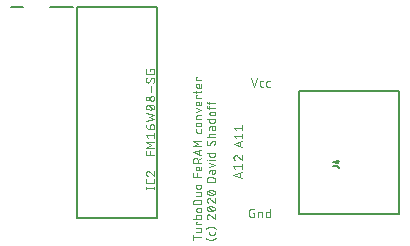
<source format=gbr>
G04 EAGLE Gerber RS-274X export*
G75*
%MOMM*%
%FSLAX34Y34*%
%LPD*%
%INSilkscreen Top*%
%IPPOS*%
%AMOC8*
5,1,8,0,0,1.08239X$1,22.5*%
G01*
%ADD10C,0.050800*%
%ADD11C,0.076200*%
%ADD12C,0.200000*%
%ADD13C,0.177800*%
%ADD14C,0.127000*%


D10*
X170942Y1943D02*
X163830Y1943D01*
X163830Y3918D02*
X163830Y-33D01*
X166201Y6535D02*
X169757Y6535D01*
X169823Y6537D01*
X169890Y6542D01*
X169955Y6552D01*
X170021Y6565D01*
X170085Y6581D01*
X170148Y6601D01*
X170210Y6625D01*
X170271Y6652D01*
X170330Y6683D01*
X170387Y6717D01*
X170443Y6754D01*
X170496Y6794D01*
X170547Y6836D01*
X170595Y6882D01*
X170641Y6930D01*
X170683Y6981D01*
X170723Y7034D01*
X170760Y7090D01*
X170794Y7147D01*
X170825Y7206D01*
X170852Y7267D01*
X170876Y7329D01*
X170896Y7392D01*
X170912Y7456D01*
X170925Y7522D01*
X170935Y7587D01*
X170940Y7654D01*
X170942Y7720D01*
X170942Y9695D01*
X166201Y9695D01*
X166201Y12972D02*
X170942Y12972D01*
X166201Y12972D02*
X166201Y15342D01*
X166991Y15342D01*
X163830Y17768D02*
X170942Y17768D01*
X170942Y19744D01*
X170940Y19810D01*
X170935Y19877D01*
X170925Y19942D01*
X170912Y20008D01*
X170896Y20072D01*
X170876Y20135D01*
X170852Y20197D01*
X170825Y20258D01*
X170794Y20317D01*
X170760Y20374D01*
X170723Y20430D01*
X170683Y20483D01*
X170641Y20534D01*
X170595Y20582D01*
X170547Y20628D01*
X170496Y20670D01*
X170443Y20710D01*
X170387Y20747D01*
X170330Y20781D01*
X170271Y20812D01*
X170210Y20839D01*
X170148Y20863D01*
X170085Y20883D01*
X170021Y20899D01*
X169955Y20912D01*
X169890Y20922D01*
X169823Y20927D01*
X169757Y20929D01*
X167386Y20929D01*
X167320Y20927D01*
X167253Y20922D01*
X167188Y20912D01*
X167122Y20899D01*
X167058Y20883D01*
X166995Y20863D01*
X166933Y20839D01*
X166872Y20812D01*
X166813Y20781D01*
X166756Y20747D01*
X166700Y20710D01*
X166647Y20670D01*
X166596Y20628D01*
X166548Y20582D01*
X166502Y20534D01*
X166460Y20483D01*
X166420Y20430D01*
X166383Y20374D01*
X166349Y20317D01*
X166318Y20258D01*
X166291Y20197D01*
X166267Y20135D01*
X166247Y20072D01*
X166231Y20008D01*
X166218Y19942D01*
X166208Y19877D01*
X166203Y19810D01*
X166201Y19744D01*
X166201Y17768D01*
X167781Y23679D02*
X169362Y23679D01*
X167781Y23680D02*
X167702Y23682D01*
X167624Y23688D01*
X167546Y23698D01*
X167468Y23711D01*
X167391Y23729D01*
X167315Y23750D01*
X167241Y23775D01*
X167167Y23804D01*
X167095Y23836D01*
X167025Y23872D01*
X166957Y23912D01*
X166891Y23955D01*
X166827Y24001D01*
X166765Y24050D01*
X166706Y24102D01*
X166650Y24157D01*
X166596Y24215D01*
X166546Y24275D01*
X166498Y24338D01*
X166454Y24403D01*
X166413Y24470D01*
X166375Y24539D01*
X166341Y24610D01*
X166310Y24683D01*
X166283Y24757D01*
X166260Y24832D01*
X166241Y24908D01*
X166225Y24986D01*
X166213Y25064D01*
X166205Y25142D01*
X166201Y25221D01*
X166201Y25299D01*
X166205Y25378D01*
X166213Y25456D01*
X166225Y25534D01*
X166241Y25612D01*
X166260Y25688D01*
X166283Y25763D01*
X166310Y25837D01*
X166341Y25910D01*
X166375Y25981D01*
X166413Y26050D01*
X166454Y26117D01*
X166498Y26182D01*
X166546Y26245D01*
X166596Y26305D01*
X166650Y26363D01*
X166706Y26418D01*
X166765Y26470D01*
X166827Y26519D01*
X166891Y26565D01*
X166957Y26608D01*
X167025Y26648D01*
X167095Y26684D01*
X167167Y26716D01*
X167241Y26745D01*
X167315Y26770D01*
X167391Y26791D01*
X167468Y26809D01*
X167546Y26822D01*
X167624Y26832D01*
X167702Y26838D01*
X167781Y26840D01*
X169362Y26840D01*
X169441Y26838D01*
X169519Y26832D01*
X169597Y26822D01*
X169675Y26809D01*
X169752Y26791D01*
X169828Y26770D01*
X169902Y26745D01*
X169976Y26716D01*
X170048Y26684D01*
X170118Y26648D01*
X170186Y26608D01*
X170252Y26565D01*
X170316Y26519D01*
X170378Y26470D01*
X170437Y26418D01*
X170493Y26363D01*
X170547Y26305D01*
X170597Y26245D01*
X170645Y26182D01*
X170689Y26117D01*
X170730Y26050D01*
X170768Y25981D01*
X170802Y25910D01*
X170833Y25837D01*
X170860Y25763D01*
X170883Y25688D01*
X170902Y25612D01*
X170918Y25534D01*
X170930Y25456D01*
X170938Y25378D01*
X170942Y25299D01*
X170942Y25221D01*
X170938Y25142D01*
X170930Y25064D01*
X170918Y24986D01*
X170902Y24908D01*
X170883Y24832D01*
X170860Y24757D01*
X170833Y24683D01*
X170802Y24610D01*
X170768Y24539D01*
X170730Y24470D01*
X170689Y24403D01*
X170645Y24338D01*
X170597Y24275D01*
X170547Y24215D01*
X170493Y24157D01*
X170437Y24102D01*
X170378Y24050D01*
X170316Y24001D01*
X170252Y23955D01*
X170186Y23912D01*
X170118Y23872D01*
X170048Y23836D01*
X169976Y23804D01*
X169902Y23775D01*
X169828Y23750D01*
X169752Y23729D01*
X169675Y23711D01*
X169597Y23698D01*
X169519Y23688D01*
X169441Y23682D01*
X169362Y23680D01*
X170942Y29914D02*
X163830Y29914D01*
X163830Y31889D01*
X163832Y31975D01*
X163838Y32061D01*
X163847Y32147D01*
X163860Y32232D01*
X163877Y32317D01*
X163897Y32400D01*
X163921Y32483D01*
X163949Y32565D01*
X163980Y32645D01*
X164015Y32724D01*
X164053Y32801D01*
X164095Y32877D01*
X164139Y32951D01*
X164187Y33022D01*
X164238Y33092D01*
X164292Y33159D01*
X164349Y33224D01*
X164409Y33286D01*
X164471Y33346D01*
X164536Y33403D01*
X164603Y33457D01*
X164673Y33508D01*
X164744Y33556D01*
X164818Y33600D01*
X164894Y33642D01*
X164971Y33680D01*
X165050Y33715D01*
X165130Y33746D01*
X165212Y33774D01*
X165295Y33798D01*
X165378Y33818D01*
X165463Y33835D01*
X165548Y33848D01*
X165634Y33857D01*
X165720Y33863D01*
X165806Y33865D01*
X168966Y33865D01*
X169052Y33863D01*
X169138Y33857D01*
X169224Y33848D01*
X169309Y33835D01*
X169394Y33818D01*
X169477Y33798D01*
X169560Y33774D01*
X169642Y33746D01*
X169722Y33715D01*
X169801Y33680D01*
X169878Y33642D01*
X169954Y33600D01*
X170028Y33556D01*
X170099Y33508D01*
X170169Y33457D01*
X170236Y33403D01*
X170301Y33346D01*
X170363Y33286D01*
X170423Y33224D01*
X170480Y33159D01*
X170534Y33092D01*
X170585Y33022D01*
X170633Y32951D01*
X170677Y32877D01*
X170719Y32801D01*
X170757Y32724D01*
X170792Y32645D01*
X170823Y32565D01*
X170851Y32483D01*
X170875Y32400D01*
X170895Y32317D01*
X170912Y32232D01*
X170925Y32147D01*
X170934Y32061D01*
X170940Y31975D01*
X170942Y31889D01*
X170942Y29914D01*
X169757Y37167D02*
X166201Y37167D01*
X169757Y37167D02*
X169823Y37169D01*
X169890Y37174D01*
X169955Y37184D01*
X170021Y37197D01*
X170085Y37213D01*
X170148Y37233D01*
X170210Y37257D01*
X170271Y37284D01*
X170330Y37315D01*
X170387Y37349D01*
X170443Y37386D01*
X170496Y37426D01*
X170547Y37468D01*
X170595Y37514D01*
X170641Y37562D01*
X170683Y37613D01*
X170723Y37666D01*
X170760Y37722D01*
X170794Y37779D01*
X170825Y37838D01*
X170852Y37899D01*
X170876Y37961D01*
X170896Y38024D01*
X170912Y38088D01*
X170925Y38154D01*
X170935Y38219D01*
X170940Y38286D01*
X170942Y38352D01*
X170942Y40328D01*
X166201Y40328D01*
X167781Y43339D02*
X169362Y43339D01*
X167781Y43339D02*
X167702Y43341D01*
X167624Y43347D01*
X167546Y43357D01*
X167468Y43370D01*
X167391Y43388D01*
X167315Y43409D01*
X167241Y43434D01*
X167167Y43463D01*
X167095Y43495D01*
X167025Y43531D01*
X166957Y43571D01*
X166891Y43614D01*
X166827Y43660D01*
X166765Y43709D01*
X166706Y43761D01*
X166650Y43816D01*
X166596Y43874D01*
X166546Y43934D01*
X166498Y43997D01*
X166454Y44062D01*
X166413Y44129D01*
X166375Y44198D01*
X166341Y44269D01*
X166310Y44342D01*
X166283Y44416D01*
X166260Y44491D01*
X166241Y44567D01*
X166225Y44645D01*
X166213Y44723D01*
X166205Y44801D01*
X166201Y44880D01*
X166201Y44958D01*
X166205Y45037D01*
X166213Y45115D01*
X166225Y45193D01*
X166241Y45271D01*
X166260Y45347D01*
X166283Y45422D01*
X166310Y45496D01*
X166341Y45569D01*
X166375Y45640D01*
X166413Y45709D01*
X166454Y45776D01*
X166498Y45841D01*
X166546Y45904D01*
X166596Y45964D01*
X166650Y46022D01*
X166706Y46077D01*
X166765Y46129D01*
X166827Y46178D01*
X166891Y46224D01*
X166957Y46267D01*
X167025Y46307D01*
X167095Y46343D01*
X167167Y46375D01*
X167241Y46404D01*
X167315Y46429D01*
X167391Y46450D01*
X167468Y46468D01*
X167546Y46481D01*
X167624Y46491D01*
X167702Y46497D01*
X167781Y46499D01*
X167781Y46500D02*
X169362Y46500D01*
X169362Y46499D02*
X169441Y46497D01*
X169519Y46491D01*
X169597Y46481D01*
X169675Y46468D01*
X169752Y46450D01*
X169828Y46429D01*
X169902Y46404D01*
X169976Y46375D01*
X170048Y46343D01*
X170118Y46307D01*
X170186Y46267D01*
X170252Y46224D01*
X170316Y46178D01*
X170378Y46129D01*
X170437Y46077D01*
X170493Y46022D01*
X170547Y45964D01*
X170597Y45904D01*
X170645Y45841D01*
X170689Y45776D01*
X170730Y45709D01*
X170768Y45640D01*
X170802Y45569D01*
X170833Y45496D01*
X170860Y45422D01*
X170883Y45347D01*
X170902Y45271D01*
X170918Y45193D01*
X170930Y45115D01*
X170938Y45037D01*
X170942Y44958D01*
X170942Y44880D01*
X170938Y44801D01*
X170930Y44723D01*
X170918Y44645D01*
X170902Y44567D01*
X170883Y44491D01*
X170860Y44416D01*
X170833Y44342D01*
X170802Y44269D01*
X170768Y44198D01*
X170730Y44129D01*
X170689Y44062D01*
X170645Y43997D01*
X170597Y43934D01*
X170547Y43874D01*
X170493Y43816D01*
X170437Y43761D01*
X170378Y43709D01*
X170316Y43660D01*
X170252Y43614D01*
X170186Y43571D01*
X170118Y43531D01*
X170048Y43495D01*
X169976Y43463D01*
X169902Y43434D01*
X169828Y43409D01*
X169752Y43388D01*
X169675Y43370D01*
X169597Y43357D01*
X169519Y43347D01*
X169441Y43341D01*
X169362Y43339D01*
X170942Y53243D02*
X163830Y53243D01*
X163830Y56404D01*
X166991Y56404D02*
X166991Y53243D01*
X170942Y60069D02*
X170942Y62044D01*
X170942Y60069D02*
X170940Y60003D01*
X170935Y59936D01*
X170925Y59871D01*
X170912Y59805D01*
X170896Y59741D01*
X170876Y59678D01*
X170852Y59616D01*
X170825Y59555D01*
X170794Y59496D01*
X170760Y59439D01*
X170723Y59383D01*
X170683Y59330D01*
X170641Y59279D01*
X170595Y59231D01*
X170547Y59185D01*
X170496Y59143D01*
X170443Y59103D01*
X170387Y59066D01*
X170330Y59032D01*
X170271Y59001D01*
X170210Y58974D01*
X170148Y58950D01*
X170085Y58930D01*
X170021Y58914D01*
X169955Y58901D01*
X169890Y58891D01*
X169823Y58886D01*
X169757Y58884D01*
X167781Y58884D01*
X167702Y58886D01*
X167624Y58892D01*
X167546Y58902D01*
X167468Y58915D01*
X167391Y58933D01*
X167315Y58954D01*
X167241Y58979D01*
X167167Y59008D01*
X167095Y59040D01*
X167025Y59076D01*
X166957Y59116D01*
X166891Y59159D01*
X166827Y59205D01*
X166765Y59254D01*
X166706Y59306D01*
X166650Y59361D01*
X166596Y59419D01*
X166546Y59479D01*
X166498Y59542D01*
X166454Y59607D01*
X166413Y59674D01*
X166375Y59743D01*
X166341Y59814D01*
X166310Y59887D01*
X166283Y59961D01*
X166260Y60036D01*
X166241Y60112D01*
X166225Y60190D01*
X166213Y60268D01*
X166205Y60346D01*
X166201Y60425D01*
X166201Y60503D01*
X166205Y60582D01*
X166213Y60660D01*
X166225Y60738D01*
X166241Y60816D01*
X166260Y60892D01*
X166283Y60967D01*
X166310Y61041D01*
X166341Y61114D01*
X166375Y61185D01*
X166413Y61254D01*
X166454Y61321D01*
X166498Y61386D01*
X166546Y61449D01*
X166596Y61509D01*
X166650Y61567D01*
X166706Y61622D01*
X166765Y61674D01*
X166827Y61723D01*
X166891Y61769D01*
X166957Y61812D01*
X167025Y61852D01*
X167095Y61888D01*
X167167Y61920D01*
X167241Y61949D01*
X167315Y61974D01*
X167391Y61995D01*
X167468Y62013D01*
X167546Y62026D01*
X167624Y62036D01*
X167702Y62042D01*
X167781Y62044D01*
X168571Y62044D01*
X168571Y58884D01*
X170942Y65158D02*
X163830Y65158D01*
X163830Y67134D01*
X163832Y67221D01*
X163838Y67309D01*
X163847Y67396D01*
X163861Y67482D01*
X163878Y67568D01*
X163899Y67652D01*
X163924Y67736D01*
X163953Y67819D01*
X163985Y67900D01*
X164020Y67980D01*
X164059Y68058D01*
X164102Y68135D01*
X164148Y68209D01*
X164197Y68281D01*
X164249Y68351D01*
X164305Y68419D01*
X164363Y68484D01*
X164424Y68547D01*
X164488Y68606D01*
X164555Y68663D01*
X164623Y68717D01*
X164695Y68768D01*
X164768Y68815D01*
X164843Y68860D01*
X164921Y68901D01*
X165000Y68938D01*
X165080Y68972D01*
X165162Y69002D01*
X165245Y69029D01*
X165330Y69052D01*
X165415Y69071D01*
X165501Y69086D01*
X165588Y69098D01*
X165675Y69106D01*
X165762Y69110D01*
X165850Y69110D01*
X165937Y69106D01*
X166024Y69098D01*
X166111Y69086D01*
X166197Y69071D01*
X166282Y69052D01*
X166367Y69029D01*
X166450Y69002D01*
X166532Y68972D01*
X166612Y68938D01*
X166691Y68901D01*
X166769Y68860D01*
X166844Y68815D01*
X166917Y68768D01*
X166989Y68717D01*
X167057Y68663D01*
X167124Y68606D01*
X167188Y68547D01*
X167249Y68484D01*
X167307Y68419D01*
X167363Y68351D01*
X167415Y68281D01*
X167464Y68209D01*
X167510Y68135D01*
X167553Y68058D01*
X167592Y67980D01*
X167627Y67900D01*
X167659Y67819D01*
X167688Y67736D01*
X167713Y67652D01*
X167734Y67568D01*
X167751Y67482D01*
X167765Y67396D01*
X167774Y67309D01*
X167780Y67221D01*
X167782Y67134D01*
X167781Y67134D02*
X167781Y65158D01*
X167781Y67529D02*
X170942Y69109D01*
X170942Y71581D02*
X163830Y73951D01*
X170942Y76322D01*
X169164Y75729D02*
X169164Y72173D01*
X170942Y79124D02*
X163830Y79124D01*
X167781Y81495D01*
X163830Y83866D01*
X170942Y83866D01*
X170942Y91851D02*
X170942Y93432D01*
X170942Y91851D02*
X170940Y91785D01*
X170935Y91718D01*
X170925Y91653D01*
X170912Y91587D01*
X170896Y91523D01*
X170876Y91460D01*
X170852Y91398D01*
X170825Y91337D01*
X170794Y91278D01*
X170760Y91221D01*
X170723Y91165D01*
X170683Y91112D01*
X170641Y91061D01*
X170595Y91013D01*
X170547Y90967D01*
X170496Y90925D01*
X170443Y90885D01*
X170387Y90848D01*
X170330Y90814D01*
X170271Y90783D01*
X170210Y90756D01*
X170148Y90732D01*
X170085Y90712D01*
X170021Y90696D01*
X169955Y90683D01*
X169890Y90673D01*
X169823Y90668D01*
X169757Y90666D01*
X167386Y90666D01*
X167320Y90668D01*
X167253Y90673D01*
X167188Y90683D01*
X167122Y90696D01*
X167058Y90712D01*
X166995Y90732D01*
X166933Y90756D01*
X166872Y90783D01*
X166813Y90814D01*
X166756Y90848D01*
X166700Y90885D01*
X166647Y90925D01*
X166596Y90967D01*
X166548Y91013D01*
X166502Y91061D01*
X166460Y91112D01*
X166420Y91165D01*
X166383Y91221D01*
X166349Y91278D01*
X166318Y91337D01*
X166291Y91398D01*
X166267Y91460D01*
X166247Y91523D01*
X166231Y91587D01*
X166218Y91653D01*
X166208Y91718D01*
X166203Y91785D01*
X166201Y91851D01*
X166201Y93432D01*
X167781Y95917D02*
X169362Y95917D01*
X167781Y95917D02*
X167702Y95919D01*
X167624Y95925D01*
X167546Y95935D01*
X167468Y95948D01*
X167391Y95966D01*
X167315Y95987D01*
X167241Y96012D01*
X167167Y96041D01*
X167095Y96073D01*
X167025Y96109D01*
X166957Y96149D01*
X166891Y96192D01*
X166827Y96238D01*
X166765Y96287D01*
X166706Y96339D01*
X166650Y96394D01*
X166596Y96452D01*
X166546Y96512D01*
X166498Y96575D01*
X166454Y96640D01*
X166413Y96707D01*
X166375Y96776D01*
X166341Y96847D01*
X166310Y96920D01*
X166283Y96994D01*
X166260Y97069D01*
X166241Y97145D01*
X166225Y97223D01*
X166213Y97301D01*
X166205Y97379D01*
X166201Y97458D01*
X166201Y97536D01*
X166205Y97615D01*
X166213Y97693D01*
X166225Y97771D01*
X166241Y97849D01*
X166260Y97925D01*
X166283Y98000D01*
X166310Y98074D01*
X166341Y98147D01*
X166375Y98218D01*
X166413Y98287D01*
X166454Y98354D01*
X166498Y98419D01*
X166546Y98482D01*
X166596Y98542D01*
X166650Y98600D01*
X166706Y98655D01*
X166765Y98707D01*
X166827Y98756D01*
X166891Y98802D01*
X166957Y98845D01*
X167025Y98885D01*
X167095Y98921D01*
X167167Y98953D01*
X167241Y98982D01*
X167315Y99007D01*
X167391Y99028D01*
X167468Y99046D01*
X167546Y99059D01*
X167624Y99069D01*
X167702Y99075D01*
X167781Y99077D01*
X169362Y99077D01*
X169441Y99075D01*
X169519Y99069D01*
X169597Y99059D01*
X169675Y99046D01*
X169752Y99028D01*
X169828Y99007D01*
X169902Y98982D01*
X169976Y98953D01*
X170048Y98921D01*
X170118Y98885D01*
X170186Y98845D01*
X170252Y98802D01*
X170316Y98756D01*
X170378Y98707D01*
X170437Y98655D01*
X170493Y98600D01*
X170547Y98542D01*
X170597Y98482D01*
X170645Y98419D01*
X170689Y98354D01*
X170730Y98287D01*
X170768Y98218D01*
X170802Y98147D01*
X170833Y98074D01*
X170860Y98000D01*
X170883Y97925D01*
X170902Y97849D01*
X170918Y97771D01*
X170930Y97693D01*
X170938Y97615D01*
X170942Y97536D01*
X170942Y97458D01*
X170938Y97379D01*
X170930Y97301D01*
X170918Y97223D01*
X170902Y97145D01*
X170883Y97069D01*
X170860Y96994D01*
X170833Y96920D01*
X170802Y96847D01*
X170768Y96776D01*
X170730Y96707D01*
X170689Y96640D01*
X170645Y96575D01*
X170597Y96512D01*
X170547Y96452D01*
X170493Y96394D01*
X170437Y96339D01*
X170378Y96287D01*
X170316Y96238D01*
X170252Y96192D01*
X170186Y96149D01*
X170118Y96109D01*
X170048Y96073D01*
X169976Y96041D01*
X169902Y96012D01*
X169828Y95987D01*
X169752Y95966D01*
X169675Y95948D01*
X169597Y95935D01*
X169519Y95925D01*
X169441Y95919D01*
X169362Y95917D01*
X170942Y102089D02*
X166201Y102089D01*
X166201Y104064D01*
X166203Y104130D01*
X166208Y104197D01*
X166218Y104262D01*
X166231Y104328D01*
X166247Y104392D01*
X166267Y104455D01*
X166291Y104517D01*
X166318Y104578D01*
X166349Y104637D01*
X166383Y104694D01*
X166420Y104750D01*
X166460Y104803D01*
X166502Y104854D01*
X166548Y104902D01*
X166596Y104948D01*
X166647Y104990D01*
X166700Y105030D01*
X166756Y105067D01*
X166813Y105101D01*
X166872Y105132D01*
X166932Y105159D01*
X166995Y105182D01*
X167058Y105203D01*
X167122Y105219D01*
X167187Y105232D01*
X167253Y105242D01*
X167320Y105247D01*
X167386Y105249D01*
X167386Y105250D02*
X170942Y105250D01*
X170942Y109613D02*
X166201Y108032D01*
X166201Y111193D02*
X170942Y109613D01*
X170942Y114933D02*
X170942Y116908D01*
X170942Y114933D02*
X170940Y114867D01*
X170935Y114800D01*
X170925Y114735D01*
X170912Y114669D01*
X170896Y114605D01*
X170876Y114542D01*
X170852Y114480D01*
X170825Y114419D01*
X170794Y114360D01*
X170760Y114303D01*
X170723Y114247D01*
X170683Y114194D01*
X170641Y114143D01*
X170595Y114095D01*
X170547Y114049D01*
X170496Y114007D01*
X170443Y113967D01*
X170387Y113930D01*
X170330Y113896D01*
X170271Y113865D01*
X170210Y113838D01*
X170148Y113814D01*
X170085Y113794D01*
X170021Y113778D01*
X169955Y113765D01*
X169890Y113755D01*
X169823Y113750D01*
X169757Y113748D01*
X169757Y113747D02*
X167781Y113747D01*
X167781Y113748D02*
X167702Y113750D01*
X167624Y113756D01*
X167546Y113766D01*
X167468Y113779D01*
X167391Y113797D01*
X167315Y113818D01*
X167241Y113843D01*
X167167Y113872D01*
X167095Y113904D01*
X167025Y113940D01*
X166957Y113980D01*
X166891Y114023D01*
X166827Y114069D01*
X166765Y114118D01*
X166706Y114170D01*
X166650Y114225D01*
X166596Y114283D01*
X166546Y114343D01*
X166498Y114406D01*
X166454Y114471D01*
X166413Y114538D01*
X166375Y114607D01*
X166341Y114678D01*
X166310Y114751D01*
X166283Y114825D01*
X166260Y114900D01*
X166241Y114976D01*
X166225Y115054D01*
X166213Y115132D01*
X166205Y115210D01*
X166201Y115289D01*
X166201Y115367D01*
X166205Y115446D01*
X166213Y115524D01*
X166225Y115602D01*
X166241Y115680D01*
X166260Y115756D01*
X166283Y115831D01*
X166310Y115905D01*
X166341Y115978D01*
X166375Y116049D01*
X166413Y116118D01*
X166454Y116185D01*
X166498Y116250D01*
X166546Y116313D01*
X166596Y116373D01*
X166650Y116431D01*
X166706Y116486D01*
X166765Y116538D01*
X166827Y116587D01*
X166891Y116633D01*
X166957Y116676D01*
X167025Y116716D01*
X167095Y116752D01*
X167167Y116784D01*
X167241Y116813D01*
X167315Y116838D01*
X167391Y116859D01*
X167468Y116877D01*
X167546Y116890D01*
X167624Y116900D01*
X167702Y116906D01*
X167781Y116908D01*
X168571Y116908D01*
X168571Y113747D01*
X166201Y119956D02*
X170942Y119956D01*
X166201Y119956D02*
X166201Y122327D01*
X166991Y122327D01*
X166201Y123921D02*
X166201Y126292D01*
X163830Y124711D02*
X169757Y124711D01*
X169757Y124712D02*
X169823Y124714D01*
X169890Y124719D01*
X169955Y124729D01*
X170021Y124742D01*
X170085Y124758D01*
X170148Y124778D01*
X170210Y124802D01*
X170271Y124829D01*
X170330Y124860D01*
X170387Y124894D01*
X170443Y124931D01*
X170496Y124971D01*
X170547Y125013D01*
X170595Y125059D01*
X170641Y125107D01*
X170683Y125158D01*
X170723Y125211D01*
X170760Y125267D01*
X170794Y125324D01*
X170825Y125383D01*
X170852Y125444D01*
X170876Y125506D01*
X170896Y125569D01*
X170912Y125633D01*
X170925Y125699D01*
X170935Y125764D01*
X170940Y125831D01*
X170942Y125897D01*
X170942Y126292D01*
X170942Y130020D02*
X170942Y131996D01*
X170942Y130020D02*
X170940Y129954D01*
X170935Y129887D01*
X170925Y129822D01*
X170912Y129756D01*
X170896Y129692D01*
X170876Y129629D01*
X170852Y129567D01*
X170825Y129506D01*
X170794Y129447D01*
X170760Y129390D01*
X170723Y129334D01*
X170683Y129281D01*
X170641Y129230D01*
X170595Y129182D01*
X170547Y129136D01*
X170496Y129094D01*
X170443Y129054D01*
X170387Y129017D01*
X170330Y128983D01*
X170271Y128952D01*
X170210Y128925D01*
X170148Y128901D01*
X170085Y128881D01*
X170021Y128865D01*
X169955Y128852D01*
X169890Y128842D01*
X169823Y128837D01*
X169757Y128835D01*
X167781Y128835D01*
X167702Y128837D01*
X167624Y128843D01*
X167546Y128853D01*
X167468Y128866D01*
X167391Y128884D01*
X167315Y128905D01*
X167241Y128930D01*
X167167Y128959D01*
X167095Y128991D01*
X167025Y129027D01*
X166957Y129067D01*
X166891Y129110D01*
X166827Y129156D01*
X166765Y129205D01*
X166706Y129257D01*
X166650Y129312D01*
X166596Y129370D01*
X166546Y129430D01*
X166498Y129493D01*
X166454Y129558D01*
X166413Y129625D01*
X166375Y129694D01*
X166341Y129765D01*
X166310Y129838D01*
X166283Y129912D01*
X166260Y129987D01*
X166241Y130063D01*
X166225Y130141D01*
X166213Y130219D01*
X166205Y130297D01*
X166201Y130376D01*
X166201Y130454D01*
X166205Y130533D01*
X166213Y130611D01*
X166225Y130689D01*
X166241Y130767D01*
X166260Y130843D01*
X166283Y130918D01*
X166310Y130992D01*
X166341Y131065D01*
X166375Y131136D01*
X166413Y131205D01*
X166454Y131272D01*
X166498Y131337D01*
X166546Y131400D01*
X166596Y131460D01*
X166650Y131518D01*
X166706Y131573D01*
X166765Y131625D01*
X166827Y131674D01*
X166891Y131720D01*
X166957Y131763D01*
X167025Y131803D01*
X167095Y131839D01*
X167167Y131871D01*
X167241Y131900D01*
X167315Y131925D01*
X167391Y131946D01*
X167468Y131964D01*
X167546Y131977D01*
X167624Y131987D01*
X167702Y131993D01*
X167781Y131995D01*
X167781Y131996D02*
X168571Y131996D01*
X168571Y128835D01*
X170942Y135043D02*
X166201Y135043D01*
X166201Y137414D01*
X166991Y137414D01*
X174470Y1548D02*
X174596Y1445D01*
X174724Y1345D01*
X174855Y1249D01*
X174988Y1155D01*
X175124Y1064D01*
X175261Y977D01*
X175400Y893D01*
X175542Y813D01*
X175685Y736D01*
X175830Y662D01*
X175977Y592D01*
X176126Y526D01*
X176276Y463D01*
X176427Y404D01*
X176580Y348D01*
X176735Y296D01*
X176890Y248D01*
X177047Y203D01*
X177204Y163D01*
X177363Y126D01*
X177522Y93D01*
X177682Y64D01*
X177843Y38D01*
X178004Y17D01*
X178166Y-1D01*
X178328Y-14D01*
X178491Y-24D01*
X178653Y-30D01*
X178816Y-32D01*
X178979Y-30D01*
X179141Y-24D01*
X179304Y-14D01*
X179466Y-1D01*
X179628Y17D01*
X179789Y38D01*
X179950Y64D01*
X180110Y93D01*
X180269Y126D01*
X180428Y163D01*
X180585Y203D01*
X180742Y248D01*
X180897Y296D01*
X181052Y348D01*
X181205Y404D01*
X181356Y463D01*
X181506Y526D01*
X181655Y592D01*
X181802Y662D01*
X181947Y736D01*
X182090Y813D01*
X182232Y893D01*
X182371Y977D01*
X182509Y1064D01*
X182644Y1155D01*
X182777Y1249D01*
X182908Y1345D01*
X183036Y1445D01*
X183162Y1548D01*
X182372Y5383D02*
X182372Y6963D01*
X182372Y5383D02*
X182370Y5317D01*
X182365Y5250D01*
X182355Y5185D01*
X182342Y5119D01*
X182326Y5055D01*
X182306Y4992D01*
X182282Y4930D01*
X182255Y4869D01*
X182224Y4810D01*
X182190Y4753D01*
X182153Y4697D01*
X182113Y4644D01*
X182071Y4593D01*
X182025Y4545D01*
X181977Y4499D01*
X181926Y4457D01*
X181873Y4417D01*
X181817Y4380D01*
X181760Y4346D01*
X181701Y4315D01*
X181640Y4288D01*
X181578Y4264D01*
X181515Y4244D01*
X181451Y4228D01*
X181385Y4215D01*
X181320Y4205D01*
X181253Y4200D01*
X181187Y4198D01*
X181187Y4197D02*
X178816Y4197D01*
X178816Y4198D02*
X178750Y4200D01*
X178683Y4205D01*
X178618Y4215D01*
X178552Y4228D01*
X178488Y4244D01*
X178425Y4264D01*
X178363Y4288D01*
X178302Y4315D01*
X178243Y4346D01*
X178186Y4380D01*
X178130Y4417D01*
X178077Y4457D01*
X178026Y4499D01*
X177978Y4545D01*
X177932Y4593D01*
X177890Y4644D01*
X177850Y4697D01*
X177813Y4753D01*
X177779Y4810D01*
X177748Y4869D01*
X177721Y4930D01*
X177697Y4992D01*
X177677Y5055D01*
X177661Y5119D01*
X177648Y5185D01*
X177638Y5250D01*
X177633Y5317D01*
X177631Y5383D01*
X177631Y6963D01*
X178816Y10888D02*
X178979Y10886D01*
X179141Y10880D01*
X179304Y10870D01*
X179466Y10857D01*
X179628Y10839D01*
X179789Y10818D01*
X179950Y10792D01*
X180110Y10763D01*
X180269Y10730D01*
X180428Y10693D01*
X180585Y10653D01*
X180742Y10608D01*
X180897Y10560D01*
X181052Y10508D01*
X181205Y10452D01*
X181356Y10393D01*
X181506Y10330D01*
X181655Y10264D01*
X181802Y10194D01*
X181947Y10120D01*
X182090Y10043D01*
X182232Y9963D01*
X182371Y9879D01*
X182509Y9792D01*
X182644Y9701D01*
X182777Y9607D01*
X182908Y9511D01*
X183036Y9411D01*
X183162Y9308D01*
X178816Y10887D02*
X178653Y10885D01*
X178491Y10879D01*
X178328Y10869D01*
X178166Y10856D01*
X178004Y10838D01*
X177843Y10817D01*
X177682Y10791D01*
X177522Y10762D01*
X177363Y10729D01*
X177204Y10692D01*
X177047Y10652D01*
X176890Y10607D01*
X176735Y10559D01*
X176580Y10507D01*
X176427Y10451D01*
X176276Y10392D01*
X176126Y10329D01*
X175977Y10263D01*
X175830Y10193D01*
X175685Y10119D01*
X175542Y10042D01*
X175400Y9962D01*
X175261Y9878D01*
X175124Y9791D01*
X174988Y9700D01*
X174855Y9606D01*
X174724Y9510D01*
X174596Y9410D01*
X174470Y9307D01*
X175260Y19684D02*
X175262Y19766D01*
X175268Y19848D01*
X175277Y19930D01*
X175290Y20011D01*
X175307Y20091D01*
X175328Y20171D01*
X175352Y20249D01*
X175380Y20326D01*
X175411Y20402D01*
X175446Y20477D01*
X175485Y20549D01*
X175526Y20620D01*
X175571Y20689D01*
X175619Y20755D01*
X175670Y20820D01*
X175724Y20882D01*
X175781Y20941D01*
X175840Y20998D01*
X175902Y21052D01*
X175967Y21103D01*
X176033Y21151D01*
X176102Y21196D01*
X176173Y21237D01*
X176245Y21276D01*
X176320Y21311D01*
X176396Y21342D01*
X176473Y21370D01*
X176551Y21394D01*
X176631Y21415D01*
X176711Y21432D01*
X176792Y21445D01*
X176874Y21454D01*
X176956Y21460D01*
X177038Y21462D01*
X175260Y19684D02*
X175262Y19591D01*
X175268Y19499D01*
X175277Y19407D01*
X175290Y19315D01*
X175307Y19224D01*
X175327Y19134D01*
X175351Y19044D01*
X175379Y18956D01*
X175411Y18868D01*
X175445Y18783D01*
X175484Y18698D01*
X175525Y18616D01*
X175570Y18535D01*
X175619Y18455D01*
X175670Y18378D01*
X175724Y18303D01*
X175782Y18231D01*
X175842Y18160D01*
X175906Y18093D01*
X175971Y18028D01*
X176040Y17965D01*
X176111Y17906D01*
X176184Y17849D01*
X176260Y17795D01*
X176337Y17745D01*
X176417Y17697D01*
X176499Y17653D01*
X176582Y17613D01*
X176667Y17575D01*
X176753Y17541D01*
X176840Y17511D01*
X178421Y20869D02*
X178360Y20930D01*
X178297Y20988D01*
X178231Y21043D01*
X178163Y21096D01*
X178092Y21145D01*
X178020Y21190D01*
X177945Y21233D01*
X177869Y21272D01*
X177790Y21308D01*
X177711Y21340D01*
X177630Y21368D01*
X177547Y21393D01*
X177464Y21414D01*
X177380Y21431D01*
X177295Y21445D01*
X177210Y21454D01*
X177124Y21460D01*
X177038Y21462D01*
X178421Y20869D02*
X182372Y17511D01*
X182372Y21462D01*
X178816Y24369D02*
X178668Y24371D01*
X178521Y24376D01*
X178373Y24386D01*
X178226Y24399D01*
X178079Y24415D01*
X177933Y24436D01*
X177788Y24460D01*
X177642Y24488D01*
X177498Y24519D01*
X177355Y24554D01*
X177212Y24593D01*
X177071Y24635D01*
X176930Y24681D01*
X176791Y24730D01*
X176653Y24783D01*
X176516Y24839D01*
X176381Y24899D01*
X176248Y24962D01*
X176248Y24961D02*
X176177Y24987D01*
X176108Y25017D01*
X176040Y25051D01*
X175974Y25088D01*
X175910Y25128D01*
X175848Y25172D01*
X175789Y25218D01*
X175732Y25268D01*
X175678Y25321D01*
X175626Y25376D01*
X175578Y25434D01*
X175532Y25494D01*
X175490Y25557D01*
X175451Y25622D01*
X175415Y25688D01*
X175383Y25757D01*
X175355Y25826D01*
X175330Y25898D01*
X175309Y25970D01*
X175291Y26044D01*
X175278Y26118D01*
X175268Y26193D01*
X175262Y26268D01*
X175260Y26344D01*
X175262Y26420D01*
X175268Y26495D01*
X175278Y26570D01*
X175291Y26644D01*
X175309Y26718D01*
X175330Y26790D01*
X175355Y26862D01*
X175383Y26931D01*
X175415Y27000D01*
X175451Y27066D01*
X175490Y27131D01*
X175532Y27194D01*
X175578Y27254D01*
X175626Y27312D01*
X175678Y27367D01*
X175732Y27420D01*
X175789Y27470D01*
X175848Y27516D01*
X175910Y27560D01*
X175974Y27600D01*
X176040Y27637D01*
X176108Y27671D01*
X176177Y27701D01*
X176248Y27727D01*
X176381Y27790D01*
X176516Y27850D01*
X176653Y27906D01*
X176791Y27959D01*
X176930Y28008D01*
X177071Y28054D01*
X177212Y28096D01*
X177355Y28135D01*
X177498Y28170D01*
X177642Y28201D01*
X177788Y28229D01*
X177933Y28253D01*
X178079Y28274D01*
X178226Y28290D01*
X178373Y28303D01*
X178521Y28313D01*
X178668Y28318D01*
X178816Y28320D01*
X178816Y24369D02*
X178964Y24371D01*
X179111Y24376D01*
X179259Y24386D01*
X179406Y24399D01*
X179553Y24415D01*
X179699Y24436D01*
X179844Y24460D01*
X179990Y24488D01*
X180134Y24519D01*
X180277Y24554D01*
X180420Y24593D01*
X180561Y24635D01*
X180702Y24681D01*
X180841Y24730D01*
X180979Y24783D01*
X181116Y24839D01*
X181251Y24899D01*
X181384Y24962D01*
X181384Y24961D02*
X181455Y24987D01*
X181524Y25017D01*
X181592Y25051D01*
X181658Y25088D01*
X181722Y25128D01*
X181784Y25172D01*
X181843Y25218D01*
X181900Y25268D01*
X181954Y25321D01*
X182006Y25376D01*
X182054Y25434D01*
X182100Y25494D01*
X182142Y25557D01*
X182181Y25622D01*
X182217Y25688D01*
X182249Y25757D01*
X182277Y25827D01*
X182302Y25898D01*
X182323Y25970D01*
X182341Y26044D01*
X182354Y26118D01*
X182364Y26193D01*
X182370Y26268D01*
X182372Y26344D01*
X181384Y27727D02*
X181251Y27790D01*
X181116Y27850D01*
X180979Y27906D01*
X180841Y27959D01*
X180702Y28008D01*
X180561Y28054D01*
X180420Y28096D01*
X180277Y28135D01*
X180134Y28170D01*
X179990Y28201D01*
X179844Y28229D01*
X179699Y28253D01*
X179553Y28274D01*
X179406Y28290D01*
X179259Y28303D01*
X179111Y28313D01*
X178964Y28318D01*
X178816Y28320D01*
X181384Y27727D02*
X181455Y27701D01*
X181524Y27671D01*
X181592Y27637D01*
X181658Y27600D01*
X181722Y27560D01*
X181784Y27516D01*
X181843Y27470D01*
X181900Y27420D01*
X181954Y27367D01*
X182006Y27312D01*
X182054Y27254D01*
X182100Y27194D01*
X182142Y27131D01*
X182181Y27066D01*
X182217Y27000D01*
X182249Y26931D01*
X182277Y26861D01*
X182302Y26790D01*
X182323Y26718D01*
X182341Y26644D01*
X182354Y26570D01*
X182364Y26495D01*
X182370Y26420D01*
X182372Y26344D01*
X180792Y24764D02*
X176840Y27925D01*
X175260Y33400D02*
X175262Y33482D01*
X175268Y33564D01*
X175277Y33646D01*
X175290Y33727D01*
X175307Y33807D01*
X175328Y33887D01*
X175352Y33965D01*
X175380Y34042D01*
X175411Y34118D01*
X175446Y34193D01*
X175485Y34265D01*
X175526Y34336D01*
X175571Y34405D01*
X175619Y34471D01*
X175670Y34536D01*
X175724Y34598D01*
X175781Y34657D01*
X175840Y34714D01*
X175902Y34768D01*
X175967Y34819D01*
X176033Y34867D01*
X176102Y34912D01*
X176173Y34953D01*
X176245Y34992D01*
X176320Y35027D01*
X176396Y35058D01*
X176473Y35086D01*
X176551Y35110D01*
X176631Y35131D01*
X176711Y35148D01*
X176792Y35161D01*
X176874Y35170D01*
X176956Y35176D01*
X177038Y35178D01*
X175260Y33400D02*
X175262Y33307D01*
X175268Y33215D01*
X175277Y33123D01*
X175290Y33031D01*
X175307Y32940D01*
X175327Y32850D01*
X175351Y32760D01*
X175379Y32672D01*
X175411Y32584D01*
X175445Y32499D01*
X175484Y32414D01*
X175525Y32332D01*
X175570Y32251D01*
X175619Y32171D01*
X175670Y32094D01*
X175724Y32019D01*
X175782Y31947D01*
X175842Y31876D01*
X175906Y31809D01*
X175971Y31744D01*
X176040Y31681D01*
X176111Y31622D01*
X176184Y31565D01*
X176260Y31511D01*
X176337Y31461D01*
X176417Y31413D01*
X176499Y31369D01*
X176582Y31329D01*
X176667Y31291D01*
X176753Y31257D01*
X176840Y31227D01*
X178421Y34585D02*
X178360Y34646D01*
X178297Y34704D01*
X178231Y34759D01*
X178163Y34812D01*
X178092Y34861D01*
X178020Y34906D01*
X177945Y34949D01*
X177869Y34988D01*
X177790Y35024D01*
X177711Y35056D01*
X177630Y35084D01*
X177547Y35109D01*
X177464Y35130D01*
X177380Y35147D01*
X177295Y35161D01*
X177210Y35170D01*
X177124Y35176D01*
X177038Y35178D01*
X178421Y34585D02*
X182372Y31227D01*
X182372Y35178D01*
X178816Y38085D02*
X178668Y38087D01*
X178521Y38092D01*
X178373Y38102D01*
X178226Y38115D01*
X178079Y38131D01*
X177933Y38152D01*
X177788Y38176D01*
X177642Y38204D01*
X177498Y38235D01*
X177355Y38270D01*
X177212Y38309D01*
X177071Y38351D01*
X176930Y38397D01*
X176791Y38446D01*
X176653Y38499D01*
X176516Y38555D01*
X176381Y38615D01*
X176248Y38678D01*
X176248Y38677D02*
X176177Y38703D01*
X176108Y38733D01*
X176040Y38767D01*
X175974Y38804D01*
X175910Y38844D01*
X175848Y38888D01*
X175789Y38934D01*
X175732Y38984D01*
X175678Y39037D01*
X175626Y39092D01*
X175578Y39150D01*
X175532Y39210D01*
X175490Y39273D01*
X175451Y39338D01*
X175415Y39404D01*
X175383Y39473D01*
X175355Y39542D01*
X175330Y39614D01*
X175309Y39686D01*
X175291Y39760D01*
X175278Y39834D01*
X175268Y39909D01*
X175262Y39984D01*
X175260Y40060D01*
X175262Y40136D01*
X175268Y40211D01*
X175278Y40286D01*
X175291Y40360D01*
X175309Y40434D01*
X175330Y40506D01*
X175355Y40578D01*
X175383Y40647D01*
X175415Y40716D01*
X175451Y40782D01*
X175490Y40847D01*
X175532Y40910D01*
X175578Y40970D01*
X175626Y41028D01*
X175678Y41083D01*
X175732Y41136D01*
X175789Y41186D01*
X175848Y41232D01*
X175910Y41276D01*
X175974Y41316D01*
X176040Y41353D01*
X176108Y41387D01*
X176177Y41417D01*
X176248Y41443D01*
X176381Y41506D01*
X176516Y41566D01*
X176653Y41622D01*
X176791Y41675D01*
X176930Y41724D01*
X177071Y41770D01*
X177212Y41812D01*
X177355Y41851D01*
X177498Y41886D01*
X177642Y41917D01*
X177788Y41945D01*
X177933Y41969D01*
X178079Y41990D01*
X178226Y42006D01*
X178373Y42019D01*
X178521Y42029D01*
X178668Y42034D01*
X178816Y42036D01*
X178816Y38085D02*
X178964Y38087D01*
X179111Y38092D01*
X179259Y38102D01*
X179406Y38115D01*
X179553Y38131D01*
X179699Y38152D01*
X179844Y38176D01*
X179990Y38204D01*
X180134Y38235D01*
X180277Y38270D01*
X180420Y38309D01*
X180561Y38351D01*
X180702Y38397D01*
X180841Y38446D01*
X180979Y38499D01*
X181116Y38555D01*
X181251Y38615D01*
X181384Y38678D01*
X181384Y38677D02*
X181455Y38703D01*
X181524Y38733D01*
X181592Y38767D01*
X181658Y38804D01*
X181722Y38844D01*
X181784Y38888D01*
X181843Y38934D01*
X181900Y38984D01*
X181954Y39037D01*
X182006Y39092D01*
X182054Y39150D01*
X182100Y39210D01*
X182142Y39273D01*
X182181Y39338D01*
X182217Y39404D01*
X182249Y39473D01*
X182277Y39543D01*
X182302Y39614D01*
X182323Y39686D01*
X182341Y39760D01*
X182354Y39834D01*
X182364Y39909D01*
X182370Y39984D01*
X182372Y40060D01*
X181384Y41443D02*
X181251Y41506D01*
X181116Y41566D01*
X180979Y41622D01*
X180841Y41675D01*
X180702Y41724D01*
X180561Y41770D01*
X180420Y41812D01*
X180277Y41851D01*
X180134Y41886D01*
X179990Y41917D01*
X179844Y41945D01*
X179699Y41969D01*
X179553Y41990D01*
X179406Y42006D01*
X179259Y42019D01*
X179111Y42029D01*
X178964Y42034D01*
X178816Y42036D01*
X181384Y41443D02*
X181455Y41417D01*
X181524Y41387D01*
X181592Y41353D01*
X181658Y41316D01*
X181722Y41276D01*
X181784Y41232D01*
X181843Y41186D01*
X181900Y41136D01*
X181954Y41083D01*
X182006Y41028D01*
X182054Y40970D01*
X182100Y40910D01*
X182142Y40847D01*
X182181Y40782D01*
X182217Y40716D01*
X182249Y40647D01*
X182277Y40577D01*
X182302Y40506D01*
X182323Y40434D01*
X182341Y40360D01*
X182354Y40286D01*
X182364Y40211D01*
X182370Y40136D01*
X182372Y40060D01*
X180792Y38480D02*
X176840Y41641D01*
X175260Y48829D02*
X182372Y48829D01*
X175260Y48829D02*
X175260Y50804D01*
X175262Y50890D01*
X175268Y50976D01*
X175277Y51062D01*
X175290Y51147D01*
X175307Y51232D01*
X175327Y51315D01*
X175351Y51398D01*
X175379Y51480D01*
X175410Y51560D01*
X175445Y51639D01*
X175483Y51716D01*
X175525Y51792D01*
X175569Y51866D01*
X175617Y51937D01*
X175668Y52007D01*
X175722Y52074D01*
X175779Y52139D01*
X175839Y52201D01*
X175901Y52261D01*
X175966Y52318D01*
X176033Y52372D01*
X176103Y52423D01*
X176174Y52471D01*
X176248Y52515D01*
X176324Y52557D01*
X176401Y52595D01*
X176480Y52630D01*
X176560Y52661D01*
X176642Y52689D01*
X176725Y52713D01*
X176808Y52733D01*
X176893Y52750D01*
X176978Y52763D01*
X177064Y52772D01*
X177150Y52778D01*
X177236Y52780D01*
X180396Y52780D01*
X180482Y52778D01*
X180568Y52772D01*
X180654Y52763D01*
X180739Y52750D01*
X180824Y52733D01*
X180907Y52713D01*
X180990Y52689D01*
X181072Y52661D01*
X181152Y52630D01*
X181231Y52595D01*
X181308Y52557D01*
X181384Y52515D01*
X181458Y52471D01*
X181529Y52423D01*
X181599Y52372D01*
X181666Y52318D01*
X181731Y52261D01*
X181793Y52201D01*
X181853Y52139D01*
X181910Y52074D01*
X181964Y52007D01*
X182015Y51937D01*
X182063Y51866D01*
X182107Y51792D01*
X182149Y51716D01*
X182187Y51639D01*
X182222Y51560D01*
X182253Y51480D01*
X182281Y51398D01*
X182305Y51315D01*
X182325Y51232D01*
X182342Y51147D01*
X182355Y51062D01*
X182364Y50976D01*
X182370Y50890D01*
X182372Y50804D01*
X182372Y48829D01*
X179606Y57204D02*
X179606Y58982D01*
X179606Y57204D02*
X179608Y57130D01*
X179614Y57057D01*
X179624Y56984D01*
X179637Y56912D01*
X179655Y56840D01*
X179676Y56770D01*
X179701Y56700D01*
X179730Y56633D01*
X179762Y56566D01*
X179797Y56502D01*
X179837Y56439D01*
X179879Y56379D01*
X179924Y56321D01*
X179973Y56266D01*
X180024Y56213D01*
X180078Y56163D01*
X180135Y56116D01*
X180194Y56072D01*
X180255Y56032D01*
X180319Y55994D01*
X180384Y55960D01*
X180451Y55930D01*
X180520Y55903D01*
X180590Y55880D01*
X180661Y55861D01*
X180733Y55845D01*
X180805Y55833D01*
X180879Y55825D01*
X180952Y55821D01*
X181026Y55821D01*
X181099Y55825D01*
X181173Y55833D01*
X181245Y55845D01*
X181317Y55861D01*
X181388Y55880D01*
X181458Y55903D01*
X181527Y55930D01*
X181594Y55960D01*
X181659Y55994D01*
X181723Y56032D01*
X181784Y56072D01*
X181843Y56116D01*
X181900Y56163D01*
X181954Y56213D01*
X182005Y56266D01*
X182054Y56321D01*
X182099Y56379D01*
X182141Y56439D01*
X182181Y56502D01*
X182216Y56566D01*
X182248Y56633D01*
X182277Y56700D01*
X182302Y56770D01*
X182323Y56840D01*
X182341Y56912D01*
X182354Y56984D01*
X182364Y57057D01*
X182370Y57130D01*
X182372Y57204D01*
X182372Y58982D01*
X178816Y58982D01*
X178816Y58981D02*
X178750Y58979D01*
X178683Y58974D01*
X178618Y58964D01*
X178552Y58951D01*
X178488Y58935D01*
X178425Y58915D01*
X178363Y58891D01*
X178302Y58864D01*
X178243Y58833D01*
X178186Y58799D01*
X178130Y58762D01*
X178077Y58722D01*
X178026Y58680D01*
X177978Y58634D01*
X177932Y58586D01*
X177890Y58535D01*
X177850Y58482D01*
X177813Y58426D01*
X177779Y58369D01*
X177748Y58310D01*
X177721Y58249D01*
X177697Y58187D01*
X177677Y58124D01*
X177661Y58060D01*
X177648Y57994D01*
X177638Y57929D01*
X177633Y57862D01*
X177631Y57796D01*
X177631Y56216D01*
X177631Y61797D02*
X182372Y63377D01*
X177631Y64958D01*
X177631Y67492D02*
X182372Y67492D01*
X175655Y67294D02*
X175260Y67294D01*
X175260Y67690D01*
X175655Y67690D01*
X175655Y67294D01*
X175260Y73383D02*
X182372Y73383D01*
X182372Y71408D01*
X182370Y71342D01*
X182365Y71275D01*
X182355Y71210D01*
X182342Y71144D01*
X182326Y71080D01*
X182306Y71017D01*
X182282Y70955D01*
X182255Y70894D01*
X182224Y70835D01*
X182190Y70778D01*
X182153Y70722D01*
X182113Y70669D01*
X182071Y70618D01*
X182025Y70570D01*
X181977Y70524D01*
X181926Y70482D01*
X181873Y70442D01*
X181817Y70405D01*
X181760Y70371D01*
X181701Y70340D01*
X181640Y70313D01*
X181578Y70289D01*
X181515Y70269D01*
X181451Y70253D01*
X181385Y70240D01*
X181320Y70230D01*
X181253Y70225D01*
X181187Y70223D01*
X178816Y70223D01*
X178750Y70225D01*
X178683Y70230D01*
X178618Y70240D01*
X178552Y70253D01*
X178488Y70269D01*
X178425Y70289D01*
X178363Y70313D01*
X178302Y70340D01*
X178243Y70371D01*
X178186Y70405D01*
X178130Y70442D01*
X178077Y70482D01*
X178026Y70524D01*
X177978Y70570D01*
X177932Y70618D01*
X177890Y70669D01*
X177850Y70722D01*
X177813Y70778D01*
X177779Y70835D01*
X177748Y70894D01*
X177721Y70955D01*
X177697Y71017D01*
X177677Y71080D01*
X177661Y71144D01*
X177648Y71210D01*
X177638Y71275D01*
X177633Y71342D01*
X177631Y71408D01*
X177631Y73383D01*
X182372Y82289D02*
X182370Y82367D01*
X182364Y82444D01*
X182355Y82521D01*
X182342Y82597D01*
X182325Y82673D01*
X182304Y82748D01*
X182280Y82821D01*
X182252Y82894D01*
X182220Y82965D01*
X182185Y83034D01*
X182147Y83101D01*
X182106Y83167D01*
X182061Y83230D01*
X182013Y83291D01*
X181963Y83350D01*
X181909Y83406D01*
X181853Y83460D01*
X181794Y83510D01*
X181733Y83558D01*
X181670Y83603D01*
X181604Y83644D01*
X181537Y83682D01*
X181468Y83717D01*
X181397Y83749D01*
X181324Y83777D01*
X181251Y83801D01*
X181176Y83822D01*
X181100Y83839D01*
X181024Y83852D01*
X180947Y83861D01*
X180870Y83867D01*
X180792Y83869D01*
X182372Y82289D02*
X182370Y82174D01*
X182364Y82060D01*
X182354Y81946D01*
X182341Y81832D01*
X182323Y81719D01*
X182301Y81606D01*
X182276Y81494D01*
X182247Y81384D01*
X182214Y81274D01*
X182177Y81165D01*
X182137Y81058D01*
X182093Y80952D01*
X182045Y80848D01*
X181994Y80745D01*
X181939Y80645D01*
X181881Y80546D01*
X181819Y80449D01*
X181755Y80355D01*
X181687Y80262D01*
X181615Y80172D01*
X181541Y80085D01*
X181464Y80000D01*
X181384Y79918D01*
X176840Y80116D02*
X176762Y80118D01*
X176685Y80124D01*
X176608Y80133D01*
X176532Y80146D01*
X176456Y80163D01*
X176381Y80184D01*
X176308Y80208D01*
X176235Y80236D01*
X176164Y80268D01*
X176095Y80303D01*
X176028Y80341D01*
X175962Y80382D01*
X175899Y80427D01*
X175838Y80475D01*
X175779Y80525D01*
X175723Y80579D01*
X175669Y80635D01*
X175619Y80694D01*
X175571Y80755D01*
X175526Y80818D01*
X175485Y80884D01*
X175447Y80951D01*
X175412Y81020D01*
X175380Y81091D01*
X175352Y81164D01*
X175328Y81237D01*
X175307Y81312D01*
X175290Y81388D01*
X175277Y81464D01*
X175268Y81541D01*
X175262Y81618D01*
X175260Y81696D01*
X175262Y81802D01*
X175268Y81908D01*
X175277Y82013D01*
X175290Y82118D01*
X175307Y82223D01*
X175328Y82327D01*
X175352Y82430D01*
X175380Y82532D01*
X175412Y82633D01*
X175447Y82733D01*
X175486Y82831D01*
X175529Y82929D01*
X175574Y83024D01*
X175623Y83118D01*
X175676Y83210D01*
X175732Y83300D01*
X175791Y83388D01*
X175853Y83474D01*
X178223Y80906D02*
X178181Y80839D01*
X178136Y80774D01*
X178087Y80711D01*
X178036Y80650D01*
X177981Y80593D01*
X177924Y80538D01*
X177864Y80485D01*
X177802Y80436D01*
X177737Y80390D01*
X177671Y80348D01*
X177602Y80308D01*
X177531Y80272D01*
X177458Y80240D01*
X177384Y80211D01*
X177309Y80186D01*
X177233Y80165D01*
X177155Y80147D01*
X177077Y80134D01*
X176998Y80124D01*
X176919Y80118D01*
X176840Y80116D01*
X179409Y83079D02*
X179451Y83146D01*
X179496Y83211D01*
X179545Y83274D01*
X179596Y83335D01*
X179651Y83392D01*
X179708Y83447D01*
X179768Y83500D01*
X179830Y83549D01*
X179895Y83595D01*
X179961Y83637D01*
X180030Y83677D01*
X180101Y83713D01*
X180174Y83745D01*
X180248Y83774D01*
X180323Y83799D01*
X180399Y83820D01*
X180477Y83838D01*
X180555Y83851D01*
X180634Y83861D01*
X180713Y83867D01*
X180792Y83869D01*
X179409Y83079D02*
X178223Y80906D01*
X175260Y86714D02*
X182372Y86714D01*
X177631Y86714D02*
X177631Y88690D01*
X177633Y88756D01*
X177638Y88823D01*
X177648Y88888D01*
X177661Y88954D01*
X177677Y89018D01*
X177697Y89081D01*
X177721Y89143D01*
X177748Y89204D01*
X177779Y89263D01*
X177813Y89320D01*
X177850Y89376D01*
X177890Y89429D01*
X177932Y89480D01*
X177978Y89528D01*
X178026Y89574D01*
X178077Y89616D01*
X178130Y89656D01*
X178186Y89693D01*
X178243Y89727D01*
X178302Y89758D01*
X178362Y89785D01*
X178425Y89808D01*
X178488Y89829D01*
X178552Y89845D01*
X178617Y89858D01*
X178683Y89868D01*
X178750Y89873D01*
X178816Y89875D01*
X182372Y89875D01*
X179606Y94237D02*
X179606Y96015D01*
X179606Y94237D02*
X179608Y94163D01*
X179614Y94090D01*
X179624Y94017D01*
X179637Y93945D01*
X179655Y93873D01*
X179676Y93803D01*
X179701Y93733D01*
X179730Y93666D01*
X179762Y93599D01*
X179797Y93535D01*
X179837Y93472D01*
X179879Y93412D01*
X179924Y93354D01*
X179973Y93299D01*
X180024Y93246D01*
X180078Y93196D01*
X180135Y93149D01*
X180194Y93105D01*
X180255Y93065D01*
X180319Y93027D01*
X180384Y92993D01*
X180451Y92963D01*
X180520Y92936D01*
X180590Y92913D01*
X180661Y92894D01*
X180733Y92878D01*
X180805Y92866D01*
X180879Y92858D01*
X180952Y92854D01*
X181026Y92854D01*
X181099Y92858D01*
X181173Y92866D01*
X181245Y92878D01*
X181317Y92894D01*
X181388Y92913D01*
X181458Y92936D01*
X181527Y92963D01*
X181594Y92993D01*
X181659Y93027D01*
X181723Y93065D01*
X181784Y93105D01*
X181843Y93149D01*
X181900Y93196D01*
X181954Y93246D01*
X182005Y93299D01*
X182054Y93354D01*
X182099Y93412D01*
X182141Y93472D01*
X182181Y93535D01*
X182216Y93599D01*
X182248Y93666D01*
X182277Y93733D01*
X182302Y93803D01*
X182323Y93873D01*
X182341Y93945D01*
X182354Y94017D01*
X182364Y94090D01*
X182370Y94163D01*
X182372Y94237D01*
X182372Y96015D01*
X178816Y96015D01*
X178816Y96014D02*
X178750Y96012D01*
X178683Y96007D01*
X178618Y95997D01*
X178552Y95984D01*
X178488Y95968D01*
X178425Y95948D01*
X178363Y95924D01*
X178302Y95897D01*
X178243Y95866D01*
X178186Y95832D01*
X178130Y95795D01*
X178077Y95755D01*
X178026Y95713D01*
X177978Y95667D01*
X177932Y95619D01*
X177890Y95568D01*
X177850Y95515D01*
X177813Y95459D01*
X177779Y95402D01*
X177748Y95343D01*
X177721Y95282D01*
X177697Y95220D01*
X177677Y95157D01*
X177661Y95093D01*
X177648Y95027D01*
X177638Y94962D01*
X177633Y94895D01*
X177631Y94829D01*
X177631Y93249D01*
X175260Y102187D02*
X182372Y102187D01*
X182372Y100211D01*
X182370Y100145D01*
X182365Y100078D01*
X182355Y100013D01*
X182342Y99947D01*
X182326Y99883D01*
X182306Y99820D01*
X182282Y99758D01*
X182255Y99697D01*
X182224Y99638D01*
X182190Y99581D01*
X182153Y99525D01*
X182113Y99472D01*
X182071Y99421D01*
X182025Y99373D01*
X181977Y99327D01*
X181926Y99285D01*
X181873Y99245D01*
X181817Y99208D01*
X181760Y99174D01*
X181701Y99143D01*
X181640Y99116D01*
X181578Y99092D01*
X181515Y99072D01*
X181451Y99056D01*
X181385Y99043D01*
X181320Y99033D01*
X181253Y99028D01*
X181187Y99026D01*
X178816Y99026D01*
X178750Y99028D01*
X178683Y99033D01*
X178618Y99043D01*
X178552Y99056D01*
X178488Y99072D01*
X178425Y99092D01*
X178363Y99116D01*
X178302Y99143D01*
X178243Y99174D01*
X178186Y99208D01*
X178130Y99245D01*
X178077Y99285D01*
X178026Y99327D01*
X177978Y99373D01*
X177932Y99421D01*
X177890Y99472D01*
X177850Y99525D01*
X177813Y99581D01*
X177779Y99638D01*
X177748Y99697D01*
X177721Y99758D01*
X177697Y99820D01*
X177677Y99883D01*
X177661Y99947D01*
X177648Y100013D01*
X177638Y100078D01*
X177633Y100145D01*
X177631Y100211D01*
X177631Y102187D01*
X179211Y105231D02*
X180792Y105231D01*
X179211Y105231D02*
X179132Y105233D01*
X179054Y105239D01*
X178976Y105249D01*
X178898Y105262D01*
X178821Y105280D01*
X178745Y105301D01*
X178671Y105326D01*
X178597Y105355D01*
X178525Y105387D01*
X178455Y105423D01*
X178387Y105463D01*
X178321Y105506D01*
X178257Y105552D01*
X178195Y105601D01*
X178136Y105653D01*
X178080Y105708D01*
X178026Y105766D01*
X177976Y105826D01*
X177928Y105889D01*
X177884Y105954D01*
X177843Y106021D01*
X177805Y106090D01*
X177771Y106161D01*
X177740Y106234D01*
X177713Y106308D01*
X177690Y106383D01*
X177671Y106459D01*
X177655Y106537D01*
X177643Y106615D01*
X177635Y106693D01*
X177631Y106772D01*
X177631Y106850D01*
X177635Y106929D01*
X177643Y107007D01*
X177655Y107085D01*
X177671Y107163D01*
X177690Y107239D01*
X177713Y107314D01*
X177740Y107388D01*
X177771Y107461D01*
X177805Y107532D01*
X177843Y107601D01*
X177884Y107668D01*
X177928Y107733D01*
X177976Y107796D01*
X178026Y107856D01*
X178080Y107914D01*
X178136Y107969D01*
X178195Y108021D01*
X178257Y108070D01*
X178321Y108116D01*
X178387Y108159D01*
X178455Y108199D01*
X178525Y108235D01*
X178597Y108267D01*
X178671Y108296D01*
X178745Y108321D01*
X178821Y108342D01*
X178898Y108360D01*
X178976Y108373D01*
X179054Y108383D01*
X179132Y108389D01*
X179211Y108391D01*
X180792Y108391D01*
X180871Y108389D01*
X180949Y108383D01*
X181027Y108373D01*
X181105Y108360D01*
X181182Y108342D01*
X181258Y108321D01*
X181332Y108296D01*
X181406Y108267D01*
X181478Y108235D01*
X181548Y108199D01*
X181616Y108159D01*
X181682Y108116D01*
X181746Y108070D01*
X181808Y108021D01*
X181867Y107969D01*
X181923Y107914D01*
X181977Y107856D01*
X182027Y107796D01*
X182075Y107733D01*
X182119Y107668D01*
X182160Y107601D01*
X182198Y107532D01*
X182232Y107461D01*
X182263Y107388D01*
X182290Y107314D01*
X182313Y107239D01*
X182332Y107163D01*
X182348Y107085D01*
X182360Y107007D01*
X182368Y106929D01*
X182372Y106850D01*
X182372Y106772D01*
X182368Y106693D01*
X182360Y106615D01*
X182348Y106537D01*
X182332Y106459D01*
X182313Y106383D01*
X182290Y106308D01*
X182263Y106234D01*
X182232Y106161D01*
X182198Y106090D01*
X182160Y106021D01*
X182119Y105954D01*
X182075Y105889D01*
X182027Y105826D01*
X181977Y105766D01*
X181923Y105708D01*
X181867Y105653D01*
X181808Y105601D01*
X181746Y105552D01*
X181682Y105506D01*
X181616Y105463D01*
X181548Y105423D01*
X181478Y105387D01*
X181406Y105355D01*
X181332Y105326D01*
X181258Y105301D01*
X181182Y105280D01*
X181105Y105262D01*
X181027Y105249D01*
X180949Y105239D01*
X180871Y105233D01*
X180792Y105231D01*
X182372Y111557D02*
X176445Y111557D01*
X176379Y111559D01*
X176312Y111564D01*
X176247Y111574D01*
X176181Y111587D01*
X176117Y111603D01*
X176054Y111623D01*
X175992Y111647D01*
X175931Y111674D01*
X175872Y111705D01*
X175815Y111739D01*
X175759Y111776D01*
X175706Y111816D01*
X175655Y111858D01*
X175607Y111904D01*
X175561Y111952D01*
X175519Y112003D01*
X175479Y112056D01*
X175442Y112112D01*
X175408Y112169D01*
X175377Y112228D01*
X175350Y112288D01*
X175327Y112351D01*
X175306Y112414D01*
X175290Y112478D01*
X175277Y112543D01*
X175267Y112609D01*
X175262Y112675D01*
X175260Y112742D01*
X175260Y113137D01*
X177631Y113137D02*
X177631Y110767D01*
X176445Y115443D02*
X182372Y115443D01*
X176445Y115443D02*
X176379Y115445D01*
X176312Y115450D01*
X176247Y115460D01*
X176181Y115473D01*
X176117Y115489D01*
X176054Y115509D01*
X175992Y115533D01*
X175931Y115560D01*
X175872Y115591D01*
X175815Y115625D01*
X175759Y115662D01*
X175706Y115702D01*
X175655Y115744D01*
X175607Y115790D01*
X175561Y115838D01*
X175519Y115889D01*
X175479Y115942D01*
X175442Y115998D01*
X175408Y116055D01*
X175377Y116114D01*
X175350Y116174D01*
X175327Y116237D01*
X175306Y116300D01*
X175290Y116364D01*
X175277Y116429D01*
X175267Y116495D01*
X175262Y116561D01*
X175260Y116628D01*
X175260Y117023D01*
X177631Y117023D02*
X177631Y114653D01*
D11*
X214320Y23015D02*
X215547Y23015D01*
X215547Y18923D01*
X213092Y18923D01*
X213014Y18925D01*
X212936Y18930D01*
X212859Y18940D01*
X212782Y18953D01*
X212706Y18969D01*
X212631Y18989D01*
X212557Y19013D01*
X212484Y19040D01*
X212412Y19071D01*
X212342Y19105D01*
X212274Y19142D01*
X212207Y19183D01*
X212142Y19227D01*
X212080Y19273D01*
X212020Y19323D01*
X211962Y19375D01*
X211907Y19430D01*
X211855Y19488D01*
X211805Y19548D01*
X211759Y19610D01*
X211715Y19675D01*
X211674Y19742D01*
X211637Y19810D01*
X211603Y19880D01*
X211572Y19952D01*
X211545Y20025D01*
X211521Y20099D01*
X211501Y20174D01*
X211485Y20250D01*
X211472Y20327D01*
X211462Y20404D01*
X211457Y20482D01*
X211455Y20560D01*
X211455Y24652D01*
X211457Y24732D01*
X211463Y24812D01*
X211473Y24892D01*
X211486Y24971D01*
X211504Y25050D01*
X211525Y25127D01*
X211551Y25203D01*
X211580Y25278D01*
X211612Y25352D01*
X211648Y25424D01*
X211688Y25494D01*
X211731Y25561D01*
X211777Y25627D01*
X211827Y25690D01*
X211879Y25751D01*
X211934Y25810D01*
X211993Y25865D01*
X212053Y25917D01*
X212117Y25967D01*
X212183Y26013D01*
X212250Y26056D01*
X212320Y26096D01*
X212392Y26132D01*
X212466Y26164D01*
X212540Y26193D01*
X212617Y26219D01*
X212694Y26240D01*
X212773Y26258D01*
X212852Y26271D01*
X212932Y26281D01*
X213012Y26287D01*
X213092Y26289D01*
X215547Y26289D01*
X219179Y23834D02*
X219179Y18923D01*
X219179Y23834D02*
X221226Y23834D01*
X221295Y23832D01*
X221363Y23826D01*
X221432Y23817D01*
X221499Y23803D01*
X221566Y23786D01*
X221632Y23765D01*
X221696Y23741D01*
X221759Y23712D01*
X221820Y23681D01*
X221879Y23646D01*
X221937Y23608D01*
X221992Y23566D01*
X222044Y23522D01*
X222094Y23474D01*
X222142Y23424D01*
X222186Y23372D01*
X222228Y23317D01*
X222266Y23259D01*
X222301Y23200D01*
X222332Y23139D01*
X222361Y23076D01*
X222385Y23012D01*
X222406Y22946D01*
X222423Y22879D01*
X222437Y22812D01*
X222446Y22743D01*
X222452Y22675D01*
X222454Y22606D01*
X222453Y22606D02*
X222453Y18923D01*
X228996Y18923D02*
X228996Y26289D01*
X228996Y18923D02*
X226950Y18923D01*
X226881Y18925D01*
X226813Y18931D01*
X226744Y18940D01*
X226677Y18954D01*
X226610Y18971D01*
X226544Y18992D01*
X226480Y19016D01*
X226417Y19045D01*
X226356Y19076D01*
X226297Y19111D01*
X226239Y19149D01*
X226184Y19191D01*
X226132Y19235D01*
X226082Y19283D01*
X226034Y19333D01*
X225990Y19385D01*
X225948Y19440D01*
X225910Y19498D01*
X225875Y19557D01*
X225844Y19618D01*
X225815Y19681D01*
X225791Y19745D01*
X225770Y19811D01*
X225753Y19878D01*
X225739Y19945D01*
X225730Y20014D01*
X225724Y20082D01*
X225722Y20151D01*
X225722Y22606D01*
X225724Y22675D01*
X225730Y22743D01*
X225739Y22812D01*
X225753Y22879D01*
X225770Y22946D01*
X225791Y23012D01*
X225815Y23076D01*
X225844Y23139D01*
X225875Y23200D01*
X225910Y23259D01*
X225948Y23317D01*
X225990Y23372D01*
X226034Y23424D01*
X226082Y23474D01*
X226132Y23522D01*
X226184Y23566D01*
X226239Y23608D01*
X226297Y23646D01*
X226356Y23681D01*
X226417Y23712D01*
X226480Y23741D01*
X226544Y23765D01*
X226610Y23786D01*
X226677Y23803D01*
X226744Y23817D01*
X226813Y23826D01*
X226881Y23832D01*
X226950Y23834D01*
X228996Y23834D01*
X215180Y129667D02*
X212725Y137033D01*
X217636Y137033D02*
X215180Y129667D01*
X221608Y129667D02*
X223245Y129667D01*
X221608Y129667D02*
X221539Y129669D01*
X221471Y129675D01*
X221402Y129684D01*
X221335Y129698D01*
X221268Y129715D01*
X221202Y129736D01*
X221138Y129760D01*
X221075Y129789D01*
X221014Y129820D01*
X220955Y129855D01*
X220897Y129893D01*
X220842Y129935D01*
X220790Y129979D01*
X220740Y130027D01*
X220692Y130077D01*
X220648Y130129D01*
X220606Y130184D01*
X220568Y130242D01*
X220533Y130301D01*
X220502Y130362D01*
X220473Y130425D01*
X220449Y130489D01*
X220428Y130555D01*
X220411Y130622D01*
X220397Y130689D01*
X220388Y130758D01*
X220382Y130826D01*
X220380Y130895D01*
X220380Y133350D01*
X220382Y133419D01*
X220388Y133487D01*
X220397Y133556D01*
X220411Y133623D01*
X220428Y133690D01*
X220449Y133756D01*
X220473Y133820D01*
X220502Y133883D01*
X220533Y133944D01*
X220568Y134003D01*
X220606Y134061D01*
X220648Y134116D01*
X220692Y134168D01*
X220740Y134218D01*
X220790Y134266D01*
X220842Y134310D01*
X220897Y134352D01*
X220955Y134390D01*
X221014Y134425D01*
X221075Y134456D01*
X221138Y134485D01*
X221202Y134509D01*
X221268Y134530D01*
X221335Y134547D01*
X221402Y134561D01*
X221471Y134570D01*
X221539Y134576D01*
X221608Y134578D01*
X223245Y134578D01*
X227216Y129667D02*
X228853Y129667D01*
X227216Y129667D02*
X227147Y129669D01*
X227079Y129675D01*
X227010Y129684D01*
X226943Y129698D01*
X226876Y129715D01*
X226810Y129736D01*
X226746Y129760D01*
X226683Y129789D01*
X226622Y129820D01*
X226563Y129855D01*
X226505Y129893D01*
X226450Y129935D01*
X226398Y129979D01*
X226348Y130027D01*
X226300Y130077D01*
X226256Y130129D01*
X226214Y130184D01*
X226176Y130242D01*
X226141Y130301D01*
X226110Y130362D01*
X226081Y130425D01*
X226057Y130489D01*
X226036Y130555D01*
X226019Y130622D01*
X226005Y130689D01*
X225996Y130758D01*
X225990Y130826D01*
X225988Y130895D01*
X225988Y133350D01*
X225990Y133419D01*
X225996Y133487D01*
X226005Y133556D01*
X226019Y133623D01*
X226036Y133690D01*
X226057Y133756D01*
X226081Y133820D01*
X226110Y133883D01*
X226141Y133944D01*
X226176Y134003D01*
X226214Y134061D01*
X226256Y134116D01*
X226300Y134168D01*
X226348Y134218D01*
X226398Y134266D01*
X226450Y134310D01*
X226505Y134352D01*
X226563Y134390D01*
X226622Y134425D01*
X226683Y134456D01*
X226746Y134485D01*
X226810Y134509D01*
X226876Y134530D01*
X226943Y134547D01*
X227010Y134561D01*
X227079Y134570D01*
X227147Y134576D01*
X227216Y134578D01*
X228853Y134578D01*
D10*
X205486Y78740D02*
X198374Y81111D01*
X205486Y83481D01*
X203708Y82889D02*
X203708Y79333D01*
X199954Y85993D02*
X198374Y87969D01*
X205486Y87969D01*
X205486Y89944D02*
X205486Y85993D01*
X199954Y92851D02*
X198374Y94827D01*
X205486Y94827D01*
X205486Y96802D02*
X205486Y92851D01*
D11*
X197993Y54906D02*
X205359Y52451D01*
X205359Y57362D02*
X197993Y54906D01*
X203518Y56748D02*
X203518Y53065D01*
X199630Y60175D02*
X197993Y62222D01*
X205359Y62222D01*
X205359Y64268D02*
X205359Y60175D01*
X197993Y69741D02*
X197995Y69826D01*
X198001Y69911D01*
X198011Y69995D01*
X198024Y70079D01*
X198042Y70163D01*
X198063Y70245D01*
X198088Y70326D01*
X198117Y70406D01*
X198150Y70485D01*
X198186Y70562D01*
X198226Y70637D01*
X198269Y70711D01*
X198315Y70782D01*
X198365Y70851D01*
X198418Y70918D01*
X198474Y70982D01*
X198533Y71043D01*
X198594Y71102D01*
X198658Y71158D01*
X198725Y71211D01*
X198794Y71261D01*
X198865Y71307D01*
X198939Y71350D01*
X199014Y71390D01*
X199091Y71426D01*
X199170Y71459D01*
X199250Y71488D01*
X199331Y71513D01*
X199413Y71534D01*
X199497Y71552D01*
X199581Y71565D01*
X199665Y71575D01*
X199750Y71581D01*
X199835Y71583D01*
X197993Y69741D02*
X197995Y69645D01*
X198001Y69549D01*
X198011Y69454D01*
X198024Y69359D01*
X198042Y69264D01*
X198063Y69171D01*
X198088Y69078D01*
X198117Y68987D01*
X198149Y68896D01*
X198185Y68807D01*
X198225Y68720D01*
X198268Y68634D01*
X198314Y68550D01*
X198364Y68468D01*
X198418Y68388D01*
X198474Y68311D01*
X198534Y68236D01*
X198596Y68163D01*
X198662Y68093D01*
X198730Y68025D01*
X198801Y67960D01*
X198874Y67899D01*
X198950Y67840D01*
X199029Y67784D01*
X199109Y67732D01*
X199192Y67683D01*
X199276Y67637D01*
X199362Y67595D01*
X199450Y67557D01*
X199539Y67522D01*
X199630Y67490D01*
X201267Y70969D02*
X201208Y71029D01*
X201146Y71086D01*
X201082Y71141D01*
X201015Y71192D01*
X200946Y71241D01*
X200876Y71287D01*
X200803Y71330D01*
X200729Y71370D01*
X200653Y71406D01*
X200575Y71439D01*
X200496Y71469D01*
X200416Y71496D01*
X200335Y71519D01*
X200253Y71538D01*
X200171Y71554D01*
X200087Y71567D01*
X200003Y71576D01*
X199919Y71581D01*
X199835Y71583D01*
X201267Y70969D02*
X205359Y67491D01*
X205359Y71583D01*
D12*
X133588Y197470D02*
X65548Y197470D01*
X133588Y197470D02*
X133588Y18430D01*
X65548Y18430D01*
X65548Y197470D01*
X62048Y197250D02*
X42818Y197250D01*
D11*
X123825Y44212D02*
X131191Y44212D01*
X131191Y43394D02*
X131191Y45031D01*
X123825Y45031D02*
X123825Y43394D01*
X131191Y49632D02*
X131191Y51269D01*
X131191Y49632D02*
X131189Y49554D01*
X131184Y49476D01*
X131174Y49399D01*
X131161Y49322D01*
X131145Y49246D01*
X131125Y49171D01*
X131101Y49097D01*
X131074Y49024D01*
X131043Y48952D01*
X131009Y48882D01*
X130972Y48814D01*
X130931Y48747D01*
X130887Y48682D01*
X130841Y48620D01*
X130791Y48560D01*
X130739Y48502D01*
X130684Y48447D01*
X130626Y48395D01*
X130566Y48345D01*
X130504Y48299D01*
X130439Y48255D01*
X130373Y48214D01*
X130304Y48177D01*
X130234Y48143D01*
X130162Y48112D01*
X130089Y48085D01*
X130015Y48061D01*
X129940Y48041D01*
X129864Y48025D01*
X129787Y48012D01*
X129710Y48002D01*
X129632Y47997D01*
X129554Y47995D01*
X125462Y47995D01*
X125382Y47997D01*
X125302Y48003D01*
X125222Y48013D01*
X125143Y48026D01*
X125064Y48044D01*
X124987Y48065D01*
X124911Y48091D01*
X124836Y48120D01*
X124762Y48152D01*
X124690Y48188D01*
X124620Y48228D01*
X124553Y48271D01*
X124487Y48317D01*
X124424Y48367D01*
X124363Y48419D01*
X124304Y48474D01*
X124249Y48533D01*
X124197Y48593D01*
X124147Y48657D01*
X124101Y48722D01*
X124058Y48790D01*
X124018Y48860D01*
X123982Y48932D01*
X123950Y49006D01*
X123921Y49080D01*
X123896Y49157D01*
X123874Y49234D01*
X123856Y49313D01*
X123843Y49392D01*
X123833Y49471D01*
X123827Y49552D01*
X123825Y49632D01*
X123825Y51269D01*
X123825Y56365D02*
X123827Y56450D01*
X123833Y56535D01*
X123843Y56619D01*
X123856Y56703D01*
X123874Y56787D01*
X123895Y56869D01*
X123920Y56950D01*
X123949Y57030D01*
X123982Y57109D01*
X124018Y57186D01*
X124058Y57261D01*
X124101Y57335D01*
X124147Y57406D01*
X124197Y57475D01*
X124250Y57542D01*
X124306Y57606D01*
X124365Y57667D01*
X124426Y57726D01*
X124490Y57782D01*
X124557Y57835D01*
X124626Y57885D01*
X124697Y57931D01*
X124771Y57974D01*
X124846Y58014D01*
X124923Y58050D01*
X125002Y58083D01*
X125082Y58112D01*
X125163Y58137D01*
X125245Y58158D01*
X125329Y58176D01*
X125413Y58189D01*
X125497Y58199D01*
X125582Y58205D01*
X125667Y58207D01*
X123825Y56365D02*
X123827Y56269D01*
X123833Y56173D01*
X123843Y56078D01*
X123856Y55983D01*
X123874Y55888D01*
X123895Y55795D01*
X123920Y55702D01*
X123949Y55611D01*
X123981Y55520D01*
X124017Y55431D01*
X124057Y55344D01*
X124100Y55258D01*
X124146Y55174D01*
X124196Y55092D01*
X124250Y55012D01*
X124306Y54935D01*
X124366Y54860D01*
X124428Y54787D01*
X124494Y54717D01*
X124562Y54649D01*
X124633Y54584D01*
X124706Y54523D01*
X124782Y54464D01*
X124861Y54408D01*
X124941Y54356D01*
X125024Y54307D01*
X125108Y54261D01*
X125194Y54219D01*
X125282Y54181D01*
X125371Y54146D01*
X125462Y54114D01*
X127099Y57592D02*
X127040Y57652D01*
X126978Y57709D01*
X126914Y57764D01*
X126847Y57815D01*
X126778Y57864D01*
X126708Y57910D01*
X126635Y57953D01*
X126561Y57993D01*
X126485Y58029D01*
X126407Y58062D01*
X126328Y58092D01*
X126248Y58119D01*
X126167Y58142D01*
X126085Y58161D01*
X126003Y58177D01*
X125919Y58190D01*
X125835Y58199D01*
X125751Y58204D01*
X125667Y58206D01*
X127099Y57593D02*
X131191Y54114D01*
X131191Y58206D01*
X131191Y71530D02*
X123825Y71530D01*
X123825Y74804D01*
X127099Y74804D02*
X127099Y71530D01*
X123825Y77933D02*
X131191Y77933D01*
X127917Y80388D02*
X123825Y77933D01*
X127917Y80388D02*
X123825Y82844D01*
X131191Y82844D01*
X125462Y86389D02*
X123825Y88435D01*
X131191Y88435D01*
X131191Y86389D02*
X131191Y90481D01*
X127099Y93704D02*
X127099Y96159D01*
X127101Y96237D01*
X127106Y96315D01*
X127116Y96392D01*
X127129Y96469D01*
X127145Y96545D01*
X127165Y96620D01*
X127189Y96694D01*
X127216Y96767D01*
X127247Y96839D01*
X127281Y96909D01*
X127318Y96978D01*
X127359Y97044D01*
X127403Y97109D01*
X127449Y97171D01*
X127499Y97231D01*
X127551Y97289D01*
X127606Y97344D01*
X127664Y97396D01*
X127724Y97446D01*
X127786Y97492D01*
X127851Y97536D01*
X127918Y97577D01*
X127986Y97614D01*
X128056Y97648D01*
X128128Y97679D01*
X128201Y97706D01*
X128275Y97730D01*
X128350Y97750D01*
X128426Y97766D01*
X128503Y97779D01*
X128580Y97789D01*
X128658Y97794D01*
X128736Y97796D01*
X129145Y97796D01*
X129234Y97794D01*
X129323Y97788D01*
X129412Y97778D01*
X129500Y97765D01*
X129588Y97748D01*
X129675Y97726D01*
X129760Y97701D01*
X129845Y97673D01*
X129928Y97640D01*
X130010Y97604D01*
X130090Y97565D01*
X130168Y97522D01*
X130244Y97476D01*
X130319Y97426D01*
X130391Y97373D01*
X130460Y97317D01*
X130527Y97258D01*
X130592Y97197D01*
X130653Y97132D01*
X130712Y97065D01*
X130768Y96996D01*
X130821Y96924D01*
X130871Y96849D01*
X130917Y96773D01*
X130960Y96695D01*
X130999Y96615D01*
X131035Y96533D01*
X131068Y96450D01*
X131096Y96365D01*
X131121Y96280D01*
X131143Y96193D01*
X131160Y96105D01*
X131173Y96017D01*
X131183Y95928D01*
X131189Y95839D01*
X131191Y95750D01*
X131189Y95661D01*
X131183Y95572D01*
X131173Y95483D01*
X131160Y95395D01*
X131143Y95307D01*
X131121Y95220D01*
X131096Y95135D01*
X131068Y95050D01*
X131035Y94967D01*
X130999Y94885D01*
X130960Y94805D01*
X130917Y94727D01*
X130871Y94651D01*
X130821Y94576D01*
X130768Y94504D01*
X130712Y94435D01*
X130653Y94368D01*
X130592Y94303D01*
X130527Y94242D01*
X130460Y94183D01*
X130391Y94127D01*
X130319Y94074D01*
X130244Y94024D01*
X130168Y93978D01*
X130090Y93935D01*
X130010Y93896D01*
X129928Y93860D01*
X129845Y93827D01*
X129760Y93799D01*
X129675Y93774D01*
X129588Y93752D01*
X129500Y93735D01*
X129412Y93722D01*
X129323Y93712D01*
X129234Y93706D01*
X129145Y93704D01*
X127099Y93704D01*
X126985Y93706D01*
X126871Y93712D01*
X126757Y93722D01*
X126643Y93736D01*
X126530Y93754D01*
X126418Y93776D01*
X126307Y93801D01*
X126197Y93831D01*
X126087Y93864D01*
X125979Y93901D01*
X125873Y93942D01*
X125767Y93987D01*
X125664Y94035D01*
X125562Y94087D01*
X125462Y94143D01*
X125364Y94201D01*
X125268Y94264D01*
X125175Y94329D01*
X125083Y94398D01*
X124995Y94470D01*
X124908Y94545D01*
X124825Y94623D01*
X124744Y94704D01*
X124666Y94787D01*
X124591Y94873D01*
X124519Y94962D01*
X124450Y95054D01*
X124385Y95147D01*
X124323Y95243D01*
X124264Y95341D01*
X124208Y95441D01*
X124156Y95543D01*
X124108Y95646D01*
X124063Y95751D01*
X124022Y95858D01*
X123985Y95966D01*
X123952Y96076D01*
X123922Y96186D01*
X123897Y96297D01*
X123875Y96409D01*
X123857Y96522D01*
X123843Y96636D01*
X123833Y96750D01*
X123827Y96864D01*
X123825Y96978D01*
X123825Y100767D02*
X131191Y102404D01*
X126280Y104041D01*
X131191Y105678D01*
X123825Y107314D01*
X124848Y110899D02*
X124987Y110833D01*
X125126Y110772D01*
X125268Y110713D01*
X125411Y110659D01*
X125555Y110608D01*
X125700Y110560D01*
X125847Y110517D01*
X125995Y110477D01*
X126143Y110440D01*
X126293Y110408D01*
X126443Y110379D01*
X126594Y110354D01*
X126745Y110333D01*
X126897Y110316D01*
X127050Y110302D01*
X127202Y110293D01*
X127355Y110287D01*
X127508Y110285D01*
X124848Y110899D02*
X124778Y110925D01*
X124708Y110955D01*
X124641Y110988D01*
X124575Y111024D01*
X124511Y111063D01*
X124449Y111106D01*
X124390Y111152D01*
X124332Y111200D01*
X124278Y111251D01*
X124225Y111305D01*
X124176Y111362D01*
X124129Y111421D01*
X124086Y111482D01*
X124045Y111545D01*
X124008Y111610D01*
X123973Y111677D01*
X123943Y111746D01*
X123915Y111816D01*
X123892Y111887D01*
X123871Y111959D01*
X123855Y112032D01*
X123842Y112106D01*
X123832Y112181D01*
X123827Y112256D01*
X123825Y112331D01*
X123827Y112406D01*
X123832Y112481D01*
X123842Y112556D01*
X123855Y112630D01*
X123871Y112703D01*
X123892Y112775D01*
X123915Y112846D01*
X123943Y112916D01*
X123973Y112985D01*
X124008Y113052D01*
X124045Y113117D01*
X124086Y113180D01*
X124129Y113241D01*
X124176Y113300D01*
X124225Y113357D01*
X124278Y113411D01*
X124332Y113462D01*
X124390Y113511D01*
X124449Y113556D01*
X124511Y113599D01*
X124575Y113638D01*
X124641Y113675D01*
X124709Y113707D01*
X124778Y113737D01*
X124848Y113763D01*
X124986Y113828D01*
X125126Y113890D01*
X125268Y113948D01*
X125411Y114003D01*
X125555Y114054D01*
X125700Y114102D01*
X125847Y114145D01*
X125994Y114185D01*
X126143Y114222D01*
X126293Y114254D01*
X126443Y114283D01*
X126594Y114308D01*
X126745Y114329D01*
X126897Y114346D01*
X127050Y114360D01*
X127202Y114369D01*
X127355Y114375D01*
X127508Y114377D01*
X127508Y110286D02*
X127661Y110288D01*
X127814Y110294D01*
X127966Y110303D01*
X128119Y110317D01*
X128271Y110334D01*
X128422Y110355D01*
X128573Y110380D01*
X128723Y110409D01*
X128873Y110441D01*
X129021Y110478D01*
X129169Y110518D01*
X129316Y110561D01*
X129461Y110609D01*
X129605Y110660D01*
X129748Y110714D01*
X129890Y110773D01*
X130029Y110834D01*
X130168Y110900D01*
X130168Y110899D02*
X130239Y110925D01*
X130308Y110955D01*
X130375Y110988D01*
X130441Y111024D01*
X130505Y111063D01*
X130567Y111106D01*
X130626Y111152D01*
X130684Y111200D01*
X130738Y111251D01*
X130791Y111305D01*
X130840Y111362D01*
X130887Y111421D01*
X130930Y111482D01*
X130971Y111545D01*
X131008Y111610D01*
X131043Y111677D01*
X131073Y111746D01*
X131101Y111816D01*
X131124Y111887D01*
X131145Y111959D01*
X131161Y112032D01*
X131174Y112106D01*
X131184Y112181D01*
X131189Y112256D01*
X131191Y112331D01*
X130168Y113763D02*
X130030Y113828D01*
X129890Y113890D01*
X129748Y113948D01*
X129605Y114003D01*
X129461Y114054D01*
X129316Y114102D01*
X129169Y114145D01*
X129022Y114185D01*
X128873Y114222D01*
X128723Y114254D01*
X128573Y114283D01*
X128422Y114308D01*
X128271Y114329D01*
X128119Y114346D01*
X127966Y114360D01*
X127814Y114369D01*
X127661Y114375D01*
X127508Y114377D01*
X130168Y113763D02*
X130238Y113737D01*
X130308Y113707D01*
X130375Y113674D01*
X130441Y113638D01*
X130505Y113599D01*
X130567Y113556D01*
X130626Y113510D01*
X130684Y113462D01*
X130738Y113411D01*
X130791Y113357D01*
X130840Y113300D01*
X130887Y113241D01*
X130930Y113180D01*
X130971Y113117D01*
X131008Y113052D01*
X131043Y112985D01*
X131073Y112916D01*
X131101Y112846D01*
X131124Y112775D01*
X131145Y112703D01*
X131161Y112630D01*
X131174Y112556D01*
X131184Y112481D01*
X131189Y112406D01*
X131191Y112331D01*
X129554Y110694D02*
X125462Y113968D01*
X129145Y117600D02*
X129056Y117602D01*
X128967Y117608D01*
X128878Y117618D01*
X128790Y117631D01*
X128702Y117648D01*
X128615Y117670D01*
X128530Y117695D01*
X128445Y117723D01*
X128362Y117756D01*
X128280Y117792D01*
X128200Y117831D01*
X128122Y117874D01*
X128046Y117920D01*
X127971Y117970D01*
X127899Y118023D01*
X127830Y118079D01*
X127763Y118138D01*
X127698Y118199D01*
X127637Y118264D01*
X127578Y118331D01*
X127522Y118400D01*
X127469Y118472D01*
X127419Y118547D01*
X127373Y118623D01*
X127330Y118701D01*
X127291Y118781D01*
X127255Y118863D01*
X127222Y118946D01*
X127194Y119031D01*
X127169Y119116D01*
X127147Y119203D01*
X127130Y119291D01*
X127117Y119379D01*
X127107Y119468D01*
X127101Y119557D01*
X127099Y119646D01*
X127101Y119735D01*
X127107Y119824D01*
X127117Y119913D01*
X127130Y120001D01*
X127147Y120089D01*
X127169Y120176D01*
X127194Y120261D01*
X127222Y120346D01*
X127255Y120429D01*
X127291Y120511D01*
X127330Y120591D01*
X127373Y120669D01*
X127419Y120745D01*
X127469Y120820D01*
X127522Y120892D01*
X127578Y120961D01*
X127637Y121028D01*
X127698Y121093D01*
X127763Y121154D01*
X127830Y121213D01*
X127899Y121269D01*
X127971Y121322D01*
X128046Y121372D01*
X128122Y121418D01*
X128200Y121461D01*
X128280Y121500D01*
X128362Y121536D01*
X128445Y121569D01*
X128530Y121597D01*
X128615Y121622D01*
X128702Y121644D01*
X128790Y121661D01*
X128878Y121674D01*
X128967Y121684D01*
X129056Y121690D01*
X129145Y121692D01*
X129234Y121690D01*
X129323Y121684D01*
X129412Y121674D01*
X129500Y121661D01*
X129588Y121644D01*
X129675Y121622D01*
X129760Y121597D01*
X129845Y121569D01*
X129928Y121536D01*
X130010Y121500D01*
X130090Y121461D01*
X130168Y121418D01*
X130244Y121372D01*
X130319Y121322D01*
X130391Y121269D01*
X130460Y121213D01*
X130527Y121154D01*
X130592Y121093D01*
X130653Y121028D01*
X130712Y120961D01*
X130768Y120892D01*
X130821Y120820D01*
X130871Y120745D01*
X130917Y120669D01*
X130960Y120591D01*
X130999Y120511D01*
X131035Y120429D01*
X131068Y120346D01*
X131096Y120261D01*
X131121Y120176D01*
X131143Y120089D01*
X131160Y120001D01*
X131173Y119913D01*
X131183Y119824D01*
X131189Y119735D01*
X131191Y119646D01*
X131189Y119557D01*
X131183Y119468D01*
X131173Y119379D01*
X131160Y119291D01*
X131143Y119203D01*
X131121Y119116D01*
X131096Y119031D01*
X131068Y118946D01*
X131035Y118863D01*
X130999Y118781D01*
X130960Y118701D01*
X130917Y118623D01*
X130871Y118547D01*
X130821Y118472D01*
X130768Y118400D01*
X130712Y118331D01*
X130653Y118264D01*
X130592Y118199D01*
X130527Y118138D01*
X130460Y118079D01*
X130391Y118023D01*
X130319Y117970D01*
X130244Y117920D01*
X130168Y117874D01*
X130090Y117831D01*
X130010Y117792D01*
X129928Y117756D01*
X129845Y117723D01*
X129760Y117695D01*
X129675Y117670D01*
X129588Y117648D01*
X129500Y117631D01*
X129412Y117618D01*
X129323Y117608D01*
X129234Y117602D01*
X129145Y117600D01*
X125462Y118009D02*
X125383Y118011D01*
X125304Y118017D01*
X125225Y118026D01*
X125147Y118039D01*
X125070Y118057D01*
X124994Y118077D01*
X124919Y118102D01*
X124845Y118130D01*
X124772Y118161D01*
X124701Y118197D01*
X124632Y118235D01*
X124565Y118277D01*
X124500Y118322D01*
X124437Y118370D01*
X124376Y118421D01*
X124319Y118475D01*
X124263Y118531D01*
X124211Y118590D01*
X124161Y118652D01*
X124115Y118716D01*
X124071Y118782D01*
X124031Y118850D01*
X123995Y118920D01*
X123961Y118992D01*
X123931Y119066D01*
X123905Y119140D01*
X123882Y119216D01*
X123864Y119293D01*
X123848Y119370D01*
X123837Y119449D01*
X123829Y119527D01*
X123825Y119606D01*
X123825Y119686D01*
X123829Y119765D01*
X123837Y119843D01*
X123848Y119922D01*
X123864Y119999D01*
X123882Y120076D01*
X123905Y120152D01*
X123931Y120226D01*
X123961Y120300D01*
X123995Y120372D01*
X124031Y120442D01*
X124071Y120510D01*
X124115Y120576D01*
X124161Y120640D01*
X124211Y120702D01*
X124263Y120761D01*
X124319Y120817D01*
X124376Y120871D01*
X124437Y120922D01*
X124500Y120970D01*
X124565Y121015D01*
X124632Y121057D01*
X124701Y121095D01*
X124772Y121131D01*
X124845Y121162D01*
X124919Y121190D01*
X124994Y121215D01*
X125070Y121235D01*
X125147Y121253D01*
X125225Y121266D01*
X125304Y121275D01*
X125383Y121281D01*
X125462Y121283D01*
X125541Y121281D01*
X125620Y121275D01*
X125699Y121266D01*
X125777Y121253D01*
X125854Y121235D01*
X125930Y121215D01*
X126005Y121190D01*
X126079Y121162D01*
X126152Y121131D01*
X126223Y121095D01*
X126292Y121057D01*
X126359Y121015D01*
X126424Y120970D01*
X126487Y120922D01*
X126548Y120871D01*
X126605Y120817D01*
X126661Y120761D01*
X126713Y120702D01*
X126763Y120640D01*
X126809Y120576D01*
X126853Y120510D01*
X126893Y120442D01*
X126929Y120372D01*
X126963Y120300D01*
X126993Y120226D01*
X127019Y120152D01*
X127042Y120076D01*
X127060Y119999D01*
X127076Y119922D01*
X127087Y119843D01*
X127095Y119765D01*
X127099Y119686D01*
X127099Y119606D01*
X127095Y119527D01*
X127087Y119449D01*
X127076Y119370D01*
X127060Y119293D01*
X127042Y119216D01*
X127019Y119140D01*
X126993Y119066D01*
X126963Y118992D01*
X126929Y118920D01*
X126893Y118850D01*
X126853Y118782D01*
X126809Y118716D01*
X126763Y118652D01*
X126713Y118590D01*
X126661Y118531D01*
X126605Y118475D01*
X126548Y118421D01*
X126487Y118370D01*
X126424Y118322D01*
X126359Y118277D01*
X126292Y118235D01*
X126223Y118197D01*
X126152Y118161D01*
X126079Y118130D01*
X126005Y118102D01*
X125930Y118077D01*
X125854Y118057D01*
X125777Y118039D01*
X125699Y118026D01*
X125620Y118017D01*
X125541Y118011D01*
X125462Y118009D01*
X128326Y124994D02*
X128326Y129905D01*
X131191Y135418D02*
X131189Y135496D01*
X131184Y135574D01*
X131174Y135651D01*
X131161Y135728D01*
X131145Y135804D01*
X131125Y135879D01*
X131101Y135953D01*
X131074Y136026D01*
X131043Y136098D01*
X131009Y136168D01*
X130972Y136237D01*
X130931Y136303D01*
X130887Y136368D01*
X130841Y136430D01*
X130791Y136490D01*
X130739Y136548D01*
X130684Y136603D01*
X130626Y136655D01*
X130566Y136705D01*
X130504Y136751D01*
X130439Y136795D01*
X130373Y136836D01*
X130304Y136873D01*
X130234Y136907D01*
X130162Y136938D01*
X130089Y136965D01*
X130015Y136989D01*
X129940Y137009D01*
X129864Y137025D01*
X129787Y137038D01*
X129710Y137048D01*
X129632Y137053D01*
X129554Y137055D01*
X131191Y135418D02*
X131189Y135304D01*
X131184Y135191D01*
X131174Y135077D01*
X131161Y134964D01*
X131144Y134852D01*
X131124Y134740D01*
X131100Y134629D01*
X131072Y134518D01*
X131041Y134409D01*
X131006Y134301D01*
X130967Y134194D01*
X130925Y134088D01*
X130880Y133984D01*
X130831Y133881D01*
X130778Y133780D01*
X130723Y133681D01*
X130664Y133583D01*
X130602Y133488D01*
X130537Y133395D01*
X130469Y133303D01*
X130398Y133215D01*
X130324Y133128D01*
X130247Y133044D01*
X130168Y132963D01*
X125462Y133167D02*
X125384Y133169D01*
X125306Y133174D01*
X125229Y133184D01*
X125152Y133197D01*
X125076Y133213D01*
X125001Y133233D01*
X124927Y133257D01*
X124854Y133284D01*
X124782Y133315D01*
X124712Y133349D01*
X124644Y133386D01*
X124577Y133427D01*
X124512Y133471D01*
X124450Y133517D01*
X124390Y133567D01*
X124332Y133619D01*
X124277Y133674D01*
X124225Y133732D01*
X124175Y133792D01*
X124129Y133854D01*
X124085Y133919D01*
X124044Y133986D01*
X124007Y134054D01*
X123973Y134124D01*
X123942Y134196D01*
X123915Y134269D01*
X123891Y134343D01*
X123871Y134418D01*
X123855Y134494D01*
X123842Y134571D01*
X123832Y134648D01*
X123827Y134726D01*
X123825Y134804D01*
X123827Y134914D01*
X123833Y135023D01*
X123843Y135133D01*
X123856Y135241D01*
X123874Y135350D01*
X123895Y135457D01*
X123921Y135564D01*
X123950Y135670D01*
X123982Y135775D01*
X124019Y135878D01*
X124059Y135980D01*
X124103Y136081D01*
X124151Y136180D01*
X124201Y136277D01*
X124256Y136372D01*
X124314Y136465D01*
X124375Y136556D01*
X124439Y136645D01*
X126894Y133985D02*
X126852Y133919D01*
X126808Y133854D01*
X126760Y133792D01*
X126710Y133732D01*
X126657Y133674D01*
X126601Y133619D01*
X126543Y133566D01*
X126482Y133517D01*
X126419Y133470D01*
X126354Y133426D01*
X126287Y133386D01*
X126218Y133349D01*
X126147Y133315D01*
X126075Y133284D01*
X126001Y133257D01*
X125926Y133233D01*
X125851Y133213D01*
X125774Y133197D01*
X125697Y133184D01*
X125619Y133174D01*
X125540Y133169D01*
X125462Y133167D01*
X128121Y136236D02*
X128163Y136303D01*
X128207Y136368D01*
X128255Y136430D01*
X128305Y136490D01*
X128358Y136548D01*
X128414Y136603D01*
X128473Y136655D01*
X128533Y136705D01*
X128597Y136752D01*
X128662Y136795D01*
X128729Y136836D01*
X128798Y136873D01*
X128869Y136907D01*
X128941Y136938D01*
X129015Y136965D01*
X129089Y136989D01*
X129165Y137009D01*
X129242Y137025D01*
X129319Y137038D01*
X129397Y137048D01*
X129476Y137053D01*
X129554Y137055D01*
X128122Y136236D02*
X126894Y133985D01*
X127099Y143142D02*
X127099Y144370D01*
X131191Y144370D01*
X131191Y141914D01*
X131189Y141836D01*
X131184Y141758D01*
X131174Y141681D01*
X131161Y141604D01*
X131145Y141528D01*
X131125Y141453D01*
X131101Y141379D01*
X131074Y141306D01*
X131043Y141234D01*
X131009Y141164D01*
X130972Y141096D01*
X130931Y141029D01*
X130887Y140964D01*
X130841Y140902D01*
X130791Y140842D01*
X130739Y140784D01*
X130684Y140729D01*
X130626Y140677D01*
X130566Y140627D01*
X130504Y140581D01*
X130439Y140537D01*
X130373Y140496D01*
X130304Y140459D01*
X130234Y140425D01*
X130162Y140394D01*
X130089Y140367D01*
X130015Y140343D01*
X129940Y140323D01*
X129864Y140307D01*
X129787Y140294D01*
X129710Y140284D01*
X129632Y140279D01*
X129554Y140277D01*
X125462Y140277D01*
X125382Y140279D01*
X125302Y140285D01*
X125222Y140295D01*
X125143Y140308D01*
X125064Y140326D01*
X124987Y140347D01*
X124911Y140373D01*
X124836Y140402D01*
X124762Y140434D01*
X124690Y140470D01*
X124620Y140510D01*
X124553Y140553D01*
X124487Y140599D01*
X124424Y140649D01*
X124363Y140701D01*
X124304Y140756D01*
X124249Y140815D01*
X124197Y140875D01*
X124147Y140939D01*
X124101Y141004D01*
X124058Y141072D01*
X124018Y141142D01*
X123982Y141214D01*
X123950Y141288D01*
X123921Y141362D01*
X123896Y141439D01*
X123874Y141516D01*
X123856Y141595D01*
X123843Y141674D01*
X123833Y141753D01*
X123827Y141834D01*
X123825Y141914D01*
X123825Y144370D01*
D12*
X19812Y197250D02*
X9652Y197250D01*
D13*
X253156Y21864D02*
X338156Y21864D01*
X253156Y21864D02*
X253156Y125964D01*
X338156Y125964D01*
X338156Y21864D01*
D14*
X286329Y62188D02*
X282575Y62188D01*
X286329Y62187D02*
X286394Y62185D01*
X286458Y62179D01*
X286522Y62169D01*
X286586Y62156D01*
X286648Y62138D01*
X286709Y62117D01*
X286769Y62093D01*
X286827Y62064D01*
X286884Y62032D01*
X286938Y61997D01*
X286990Y61959D01*
X287040Y61917D01*
X287087Y61873D01*
X287131Y61826D01*
X287173Y61776D01*
X287211Y61724D01*
X287246Y61670D01*
X287278Y61613D01*
X287307Y61555D01*
X287331Y61495D01*
X287352Y61434D01*
X287370Y61372D01*
X287383Y61308D01*
X287393Y61244D01*
X287399Y61180D01*
X287401Y61115D01*
X287401Y60579D01*
X286329Y65136D02*
X282575Y66208D01*
X286329Y65136D02*
X286329Y67817D01*
X287401Y67012D02*
X285256Y67012D01*
M02*

</source>
